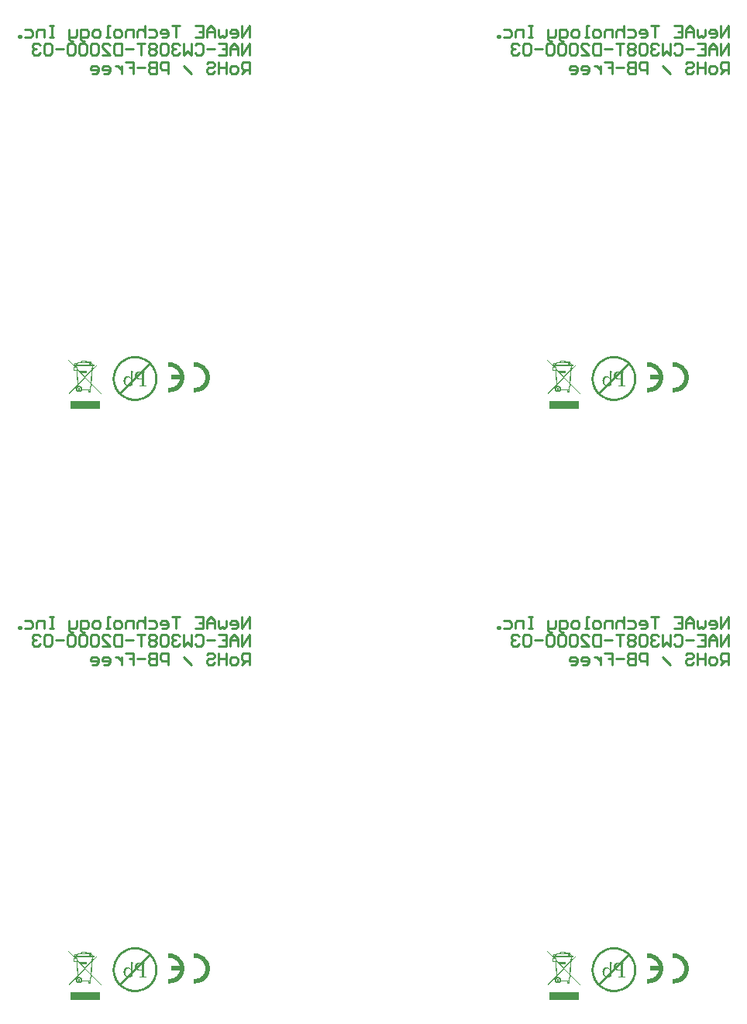
<source format=gbo>
G04 Layer_Color=32896*
%FSLAX25Y25*%
%MOIN*%
G70*
G01*
G75*
%ADD21C,0.01000*%
G36*
X291000Y326722D02*
X287078Y322638D01*
X286962Y321538D01*
X286719Y318866D01*
X286522Y316945D01*
X290722Y312630D01*
X290433Y312352D01*
X286488Y316401D01*
X286256Y313914D01*
X286129D01*
Y312965D01*
X285250D01*
Y313914D01*
X282531D01*
X282427Y313729D01*
X282299Y313544D01*
X282103Y313335D01*
X281848Y313162D01*
X281559Y313069D01*
X281281Y313035D01*
X280992Y313046D01*
X280784Y313104D01*
X280541Y313208D01*
X280332Y313335D01*
X280170Y313497D01*
X280009Y313729D01*
X279893Y313983D01*
X279823Y314226D01*
X279800Y314423D01*
X279823Y314666D01*
X279858Y314851D01*
X279927Y315025D01*
X280032Y315221D01*
X280147Y315383D01*
X280309Y315534D01*
X280483Y315649D01*
X280645Y315730D01*
X280622Y315939D01*
X277162Y312352D01*
X276873Y312641D01*
X280587Y316482D01*
X280286Y319838D01*
X280078Y322267D01*
X278967D01*
Y323829D01*
X279256D01*
X276445Y326722D01*
X276734Y326999D01*
X279384Y324269D01*
Y324466D01*
X279326Y324512D01*
X279256Y324558D01*
X279187Y324628D01*
X279118Y324709D01*
X279083Y324813D01*
X279048Y324905D01*
X279037Y325021D01*
X279060Y325171D01*
X279095Y325253D01*
X279199Y325414D01*
X279314Y325519D01*
X279465Y325588D01*
X279627Y325611D01*
X279789Y325588D01*
X279927Y325530D01*
X280043Y325461D01*
X280101Y325391D01*
X280205Y325484D01*
X280379Y325600D01*
X280587Y325704D01*
X280888Y325819D01*
X281212Y325912D01*
X281536Y325981D01*
X281883Y326039D01*
X282160Y326074D01*
Y326421D01*
X284382D01*
Y326120D01*
X284556D01*
X284845Y326085D01*
X285146Y326051D01*
X285435Y326005D01*
Y326190D01*
X286395D01*
Y325738D01*
X286511Y325681D01*
X286661Y325611D01*
X286835Y325507D01*
X286974Y325414D01*
X287101Y325299D01*
X287193Y325218D01*
X287251Y325137D01*
X287298Y325044D01*
X287275Y324882D01*
X287830D01*
Y324177D01*
X287217D01*
X287124Y323262D01*
X290711Y326999D01*
X291000Y326722D01*
D02*
G37*
G36*
X85000D02*
X81078Y322638D01*
X80962Y321538D01*
X80719Y318866D01*
X80522Y316945D01*
X84722Y312630D01*
X84433Y312352D01*
X80488Y316401D01*
X80256Y313914D01*
X80129D01*
Y312965D01*
X79250D01*
Y313914D01*
X76531D01*
X76427Y313729D01*
X76299Y313544D01*
X76103Y313335D01*
X75848Y313162D01*
X75559Y313069D01*
X75281Y313035D01*
X74992Y313046D01*
X74784Y313104D01*
X74541Y313208D01*
X74332Y313335D01*
X74171Y313497D01*
X74009Y313729D01*
X73893Y313983D01*
X73823Y314226D01*
X73800Y314423D01*
X73823Y314666D01*
X73858Y314851D01*
X73927Y315025D01*
X74032Y315221D01*
X74147Y315383D01*
X74309Y315534D01*
X74483Y315649D01*
X74645Y315730D01*
X74622Y315939D01*
X71162Y312352D01*
X70873Y312641D01*
X74587Y316482D01*
X74286Y319838D01*
X74078Y322267D01*
X72967D01*
Y323829D01*
X73256D01*
X70445Y326722D01*
X70734Y326999D01*
X73384Y324269D01*
Y324466D01*
X73326Y324512D01*
X73256Y324558D01*
X73187Y324628D01*
X73118Y324709D01*
X73083Y324813D01*
X73048Y324905D01*
X73037Y325021D01*
X73060Y325171D01*
X73094Y325253D01*
X73199Y325414D01*
X73314Y325519D01*
X73465Y325588D01*
X73627Y325611D01*
X73789Y325588D01*
X73927Y325530D01*
X74043Y325461D01*
X74101Y325391D01*
X74205Y325484D01*
X74379Y325600D01*
X74587Y325704D01*
X74888Y325819D01*
X75212Y325912D01*
X75536Y325981D01*
X75883Y326039D01*
X76161Y326074D01*
Y326421D01*
X78382D01*
Y326120D01*
X78556D01*
X78845Y326085D01*
X79146Y326051D01*
X79435Y326005D01*
Y326190D01*
X80395D01*
Y325738D01*
X80511Y325681D01*
X80661Y325611D01*
X80835Y325507D01*
X80974Y325414D01*
X81101Y325299D01*
X81194Y325218D01*
X81251Y325137D01*
X81298Y325044D01*
X81274Y324882D01*
X81830D01*
Y324177D01*
X81217D01*
X81124Y323262D01*
X84711Y326999D01*
X85000Y326722D01*
D02*
G37*
G36*
X331541Y325877D02*
X332016Y325820D01*
X332467Y325727D01*
X332895Y325600D01*
X333300Y325461D01*
X333670Y325299D01*
X334029Y325125D01*
X334341Y324952D01*
X334631Y324778D01*
X334885Y324605D01*
X335105Y324443D01*
X335290Y324304D01*
X335429Y324177D01*
X335533Y324084D01*
X335602Y324026D01*
X335626Y324003D01*
X335961Y323644D01*
X336250Y323263D01*
X336505Y322881D01*
X336713Y322499D01*
X336898Y322106D01*
X337049Y321735D01*
X337176Y321365D01*
X337280Y321018D01*
X337350Y320694D01*
X337407Y320393D01*
X337454Y320127D01*
X337477Y319896D01*
X337488Y319792D01*
X337500Y319699D01*
Y319630D01*
X337512Y319560D01*
Y319514D01*
Y319479D01*
Y319456D01*
Y319444D01*
X337488Y318959D01*
X337431Y318484D01*
X337338Y318033D01*
X337211Y317605D01*
X337072Y317200D01*
X336910Y316830D01*
X336748Y316483D01*
X336563Y316159D01*
X336389Y315881D01*
X336227Y315626D01*
X336065Y315407D01*
X335915Y315221D01*
X335799Y315083D01*
X335707Y314967D01*
X335649Y314909D01*
X335626Y314886D01*
X335267Y314550D01*
X334885Y314261D01*
X334503Y314007D01*
X334110Y313798D01*
X333728Y313613D01*
X333346Y313463D01*
X332976Y313335D01*
X332629Y313231D01*
X332305Y313162D01*
X332004Y313104D01*
X331738Y313058D01*
X331507Y313035D01*
X331403Y313023D01*
X331310Y313012D01*
X331241D01*
X331171Y313000D01*
X330813D01*
X330708Y313012D01*
X330523D01*
X330465Y313023D01*
X330408D01*
Y314979D01*
X330627Y314955D01*
X330743Y314944D01*
X330836D01*
X330928Y314932D01*
X331055D01*
X331403Y314944D01*
X331727Y314990D01*
X332039Y315059D01*
X332340Y315141D01*
X332617Y315233D01*
X332884Y315349D01*
X333126Y315464D01*
X333346Y315592D01*
X333555Y315719D01*
X333728Y315835D01*
X333879Y315950D01*
X334006Y316043D01*
X334110Y316136D01*
X334191Y316193D01*
X334237Y316240D01*
X334249Y316251D01*
X334480Y316506D01*
X334688Y316772D01*
X334862Y317038D01*
X335012Y317316D01*
X335140Y317582D01*
X335244Y317848D01*
X335336Y318102D01*
X335406Y318345D01*
X335452Y318577D01*
X335498Y318785D01*
X335522Y318970D01*
X335545Y319132D01*
X335556Y319259D01*
X335568Y319363D01*
Y319421D01*
Y319444D01*
X335556Y319792D01*
X335510Y320115D01*
X335440Y320440D01*
X335360Y320740D01*
X335267Y321018D01*
X335151Y321284D01*
X335036Y321527D01*
X334908Y321747D01*
X334781Y321944D01*
X334665Y322117D01*
X334550Y322279D01*
X334457Y322406D01*
X334365Y322499D01*
X334307Y322580D01*
X334260Y322626D01*
X334249Y322638D01*
X333994Y322869D01*
X333728Y323078D01*
X333462Y323251D01*
X333184Y323413D01*
X332918Y323540D01*
X332652Y323644D01*
X332398Y323737D01*
X332155Y323806D01*
X331923Y323853D01*
X331715Y323899D01*
X331530Y323934D01*
X331368Y323945D01*
X331241Y323957D01*
X331136Y323968D01*
X331055D01*
X330813Y323957D01*
X330708D01*
X330604Y323945D01*
X330523Y323934D01*
X330465D01*
X330419Y323922D01*
X330408D01*
Y325866D01*
X330627Y325889D01*
X330732D01*
X330836Y325901D01*
X331055D01*
X331541Y325877D01*
D02*
G37*
G36*
X320573D02*
X321047Y325820D01*
X321499Y325727D01*
X321927Y325600D01*
X322332Y325461D01*
X322702Y325299D01*
X323049Y325125D01*
X323373Y324952D01*
X323651Y324778D01*
X323905Y324605D01*
X324125Y324443D01*
X324310Y324304D01*
X324449Y324177D01*
X324565Y324084D01*
X324623Y324026D01*
X324646Y324003D01*
X324981Y323644D01*
X325271Y323263D01*
X325525Y322881D01*
X325733Y322499D01*
X325918Y322106D01*
X326069Y321735D01*
X326196Y321365D01*
X326300Y321018D01*
X326370Y320694D01*
X326428Y320393D01*
X326474Y320127D01*
X326497Y319896D01*
X326508Y319792D01*
X326520Y319699D01*
Y319630D01*
X326532Y319560D01*
Y319514D01*
Y319479D01*
Y319456D01*
Y319444D01*
X326508Y318959D01*
X326451Y318484D01*
X326358Y318033D01*
X326231Y317605D01*
X326092Y317200D01*
X325930Y316830D01*
X325768Y316483D01*
X325583Y316159D01*
X325409Y315881D01*
X325247Y315626D01*
X325085Y315407D01*
X324935Y315221D01*
X324819Y315083D01*
X324727Y314967D01*
X324669Y314909D01*
X324646Y314886D01*
X324287Y314550D01*
X323905Y314261D01*
X323523Y314007D01*
X323142Y313798D01*
X322748Y313613D01*
X322378Y313463D01*
X322008Y313335D01*
X321661Y313231D01*
X321337Y313162D01*
X321036Y313104D01*
X320770Y313058D01*
X320538Y313035D01*
X320434Y313023D01*
X320342Y313012D01*
X320272D01*
X320203Y313000D01*
X319844D01*
X319740Y313012D01*
X319555D01*
X319497Y313023D01*
X319439D01*
X319451Y314979D01*
X319671Y314955D01*
X319775Y314944D01*
X319879D01*
X319960Y314932D01*
X320087D01*
X320376Y314944D01*
X320666Y314979D01*
X320943Y315025D01*
X321198Y315083D01*
X321452Y315164D01*
X321684Y315245D01*
X321904Y315337D01*
X322100Y315430D01*
X322285Y315522D01*
X322447Y315615D01*
X322586Y315696D01*
X322702Y315777D01*
X322795Y315835D01*
X322864Y315881D01*
X322910Y315916D01*
X322922Y315927D01*
X323142Y316124D01*
X323350Y316321D01*
X323523Y316529D01*
X323685Y316749D01*
X323836Y316957D01*
X323963Y317177D01*
X324079Y317385D01*
X324171Y317582D01*
X324252Y317767D01*
X324322Y317940D01*
X324380Y318091D01*
X324426Y318230D01*
X324461Y318334D01*
X324484Y318415D01*
X324495Y318461D01*
Y318484D01*
X320724D01*
Y320416D01*
X324495D01*
X324426Y320706D01*
X324333Y320972D01*
X324229Y321238D01*
X324113Y321481D01*
X323986Y321701D01*
X323859Y321909D01*
X323720Y322106D01*
X323593Y322279D01*
X323466Y322441D01*
X323338Y322580D01*
X323234Y322696D01*
X323130Y322788D01*
X323049Y322869D01*
X322991Y322927D01*
X322945Y322962D01*
X322933Y322973D01*
X322690Y323147D01*
X322447Y323297D01*
X322204Y323436D01*
X321961Y323552D01*
X321719Y323644D01*
X321487Y323725D01*
X321256Y323795D01*
X321036Y323841D01*
X320839Y323887D01*
X320654Y323910D01*
X320492Y323934D01*
X320353Y323957D01*
X320238D01*
X320157Y323968D01*
X320087D01*
X319844Y323957D01*
X319740D01*
X319636Y323945D01*
X319555Y323934D01*
X319497D01*
X319451Y323922D01*
X319439D01*
Y325866D01*
X319578Y325877D01*
X319694Y325889D01*
X319810D01*
X319902Y325901D01*
X320087D01*
X320573Y325877D01*
D02*
G37*
G36*
X125541D02*
X126016Y325820D01*
X126467Y325727D01*
X126895Y325600D01*
X127300Y325461D01*
X127670Y325299D01*
X128029Y325125D01*
X128341Y324952D01*
X128631Y324778D01*
X128885Y324605D01*
X129105Y324443D01*
X129290Y324304D01*
X129429Y324177D01*
X129533Y324084D01*
X129603Y324026D01*
X129626Y324003D01*
X129961Y323644D01*
X130250Y323263D01*
X130505Y322881D01*
X130713Y322499D01*
X130898Y322106D01*
X131049Y321735D01*
X131176Y321365D01*
X131280Y321018D01*
X131350Y320694D01*
X131407Y320393D01*
X131454Y320127D01*
X131477Y319896D01*
X131488Y319792D01*
X131500Y319699D01*
Y319630D01*
X131512Y319560D01*
Y319514D01*
Y319479D01*
Y319456D01*
Y319444D01*
X131488Y318959D01*
X131431Y318484D01*
X131338Y318033D01*
X131211Y317605D01*
X131072Y317200D01*
X130910Y316830D01*
X130748Y316483D01*
X130563Y316159D01*
X130389Y315881D01*
X130227Y315626D01*
X130065Y315407D01*
X129915Y315221D01*
X129799Y315083D01*
X129707Y314967D01*
X129649Y314909D01*
X129626Y314886D01*
X129267Y314550D01*
X128885Y314261D01*
X128503Y314007D01*
X128110Y313798D01*
X127728Y313613D01*
X127346Y313463D01*
X126976Y313335D01*
X126629Y313231D01*
X126305Y313162D01*
X126004Y313104D01*
X125738Y313058D01*
X125507Y313035D01*
X125403Y313023D01*
X125310Y313012D01*
X125241D01*
X125171Y313000D01*
X124812D01*
X124708Y313012D01*
X124523D01*
X124465Y313023D01*
X124408D01*
Y314979D01*
X124627Y314955D01*
X124743Y314944D01*
X124836D01*
X124928Y314932D01*
X125056D01*
X125403Y314944D01*
X125727Y314990D01*
X126039Y315059D01*
X126340Y315141D01*
X126618Y315233D01*
X126884Y315349D01*
X127127Y315464D01*
X127346Y315592D01*
X127555Y315719D01*
X127728Y315835D01*
X127879Y315950D01*
X128006Y316043D01*
X128110Y316136D01*
X128191Y316193D01*
X128237Y316240D01*
X128249Y316251D01*
X128480Y316506D01*
X128689Y316772D01*
X128862Y317038D01*
X129012Y317316D01*
X129140Y317582D01*
X129244Y317848D01*
X129336Y318102D01*
X129406Y318345D01*
X129452Y318577D01*
X129498Y318785D01*
X129522Y318970D01*
X129545Y319132D01*
X129556Y319259D01*
X129568Y319363D01*
Y319421D01*
Y319444D01*
X129556Y319792D01*
X129510Y320115D01*
X129440Y320440D01*
X129359Y320740D01*
X129267Y321018D01*
X129151Y321284D01*
X129036Y321527D01*
X128908Y321747D01*
X128781Y321944D01*
X128665Y322117D01*
X128550Y322279D01*
X128457Y322406D01*
X128365Y322499D01*
X128307Y322580D01*
X128260Y322626D01*
X128249Y322638D01*
X127994Y322869D01*
X127728Y323078D01*
X127462Y323251D01*
X127184Y323413D01*
X126918Y323540D01*
X126652Y323644D01*
X126398Y323737D01*
X126155Y323806D01*
X125923Y323853D01*
X125715Y323899D01*
X125530Y323934D01*
X125368Y323945D01*
X125241Y323957D01*
X125136Y323968D01*
X125056D01*
X124812Y323957D01*
X124708D01*
X124604Y323945D01*
X124523Y323934D01*
X124465D01*
X124419Y323922D01*
X124408D01*
Y325866D01*
X124627Y325889D01*
X124732D01*
X124836Y325901D01*
X125056D01*
X125541Y325877D01*
D02*
G37*
G36*
X114573D02*
X115048Y325820D01*
X115499Y325727D01*
X115927Y325600D01*
X116332Y325461D01*
X116702Y325299D01*
X117049Y325125D01*
X117373Y324952D01*
X117651Y324778D01*
X117905Y324605D01*
X118125Y324443D01*
X118310Y324304D01*
X118449Y324177D01*
X118565Y324084D01*
X118623Y324026D01*
X118646Y324003D01*
X118981Y323644D01*
X119271Y323263D01*
X119525Y322881D01*
X119733Y322499D01*
X119918Y322106D01*
X120069Y321735D01*
X120196Y321365D01*
X120300Y321018D01*
X120370Y320694D01*
X120428Y320393D01*
X120474Y320127D01*
X120497Y319896D01*
X120509Y319792D01*
X120520Y319699D01*
Y319630D01*
X120532Y319560D01*
Y319514D01*
Y319479D01*
Y319456D01*
Y319444D01*
X120509Y318959D01*
X120451Y318484D01*
X120358Y318033D01*
X120231Y317605D01*
X120092Y317200D01*
X119930Y316830D01*
X119768Y316483D01*
X119583Y316159D01*
X119409Y315881D01*
X119247Y315626D01*
X119085Y315407D01*
X118935Y315221D01*
X118819Y315083D01*
X118727Y314967D01*
X118669Y314909D01*
X118646Y314886D01*
X118287Y314550D01*
X117905Y314261D01*
X117523Y314007D01*
X117142Y313798D01*
X116748Y313613D01*
X116378Y313463D01*
X116008Y313335D01*
X115661Y313231D01*
X115337Y313162D01*
X115036Y313104D01*
X114770Y313058D01*
X114538Y313035D01*
X114434Y313023D01*
X114342Y313012D01*
X114272D01*
X114203Y313000D01*
X113844D01*
X113740Y313012D01*
X113555D01*
X113497Y313023D01*
X113439D01*
X113451Y314979D01*
X113671Y314955D01*
X113775Y314944D01*
X113879D01*
X113960Y314932D01*
X114087D01*
X114376Y314944D01*
X114666Y314979D01*
X114943Y315025D01*
X115198Y315083D01*
X115452Y315164D01*
X115684Y315245D01*
X115904Y315337D01*
X116100Y315430D01*
X116285Y315522D01*
X116447Y315615D01*
X116586Y315696D01*
X116702Y315777D01*
X116795Y315835D01*
X116864Y315881D01*
X116910Y315916D01*
X116922Y315927D01*
X117142Y316124D01*
X117350Y316321D01*
X117523Y316529D01*
X117685Y316749D01*
X117836Y316957D01*
X117963Y317177D01*
X118079Y317385D01*
X118171Y317582D01*
X118252Y317767D01*
X118322Y317940D01*
X118380Y318091D01*
X118426Y318230D01*
X118461Y318334D01*
X118484Y318415D01*
X118495Y318461D01*
Y318484D01*
X114724D01*
Y320416D01*
X118495D01*
X118426Y320706D01*
X118333Y320972D01*
X118229Y321238D01*
X118114Y321481D01*
X117986Y321701D01*
X117859Y321909D01*
X117720Y322106D01*
X117593Y322279D01*
X117466Y322441D01*
X117338Y322580D01*
X117234Y322696D01*
X117130Y322788D01*
X117049Y322869D01*
X116991Y322927D01*
X116945Y322962D01*
X116933Y322973D01*
X116690Y323147D01*
X116447Y323297D01*
X116205Y323436D01*
X115962Y323552D01*
X115718Y323644D01*
X115487Y323725D01*
X115256Y323795D01*
X115036Y323841D01*
X114839Y323887D01*
X114654Y323910D01*
X114492Y323934D01*
X114353Y323957D01*
X114238D01*
X114157Y323968D01*
X114087D01*
X113844Y323957D01*
X113740D01*
X113636Y323945D01*
X113555Y323934D01*
X113497D01*
X113451Y323922D01*
X113439D01*
Y325866D01*
X113578Y325877D01*
X113694Y325889D01*
X113810D01*
X113902Y325901D01*
X114087D01*
X114573Y325877D01*
D02*
G37*
G36*
X305698Y328573D02*
X306068Y328550D01*
X306427Y328515D01*
X306774Y328457D01*
X307121Y328399D01*
X307445Y328319D01*
X308093Y328145D01*
X308694Y327925D01*
X309261Y327682D01*
X309782Y327428D01*
X310025Y327300D01*
X310256Y327162D01*
X310476Y327034D01*
X310684Y326895D01*
X310881Y326768D01*
X311066Y326641D01*
X311240Y326514D01*
X311402Y326398D01*
X311541Y326282D01*
X311668Y326178D01*
X311784Y326085D01*
X311888Y326005D01*
X311980Y325923D01*
X312050Y325866D01*
X312107Y325808D01*
X312142Y325773D01*
X312165Y325750D01*
X312177Y325738D01*
X312432Y325472D01*
X312674Y325195D01*
X312894Y324917D01*
X313114Y324628D01*
X313299Y324339D01*
X313484Y324061D01*
X313658Y323760D01*
X313808Y323471D01*
X313947Y323181D01*
X314086Y322892D01*
X314306Y322325D01*
X314503Y321781D01*
X314641Y321261D01*
X314769Y320763D01*
X314815Y320532D01*
X314850Y320312D01*
X314884Y320115D01*
X314919Y319919D01*
X314942Y319734D01*
X314954Y319572D01*
X314965Y319421D01*
X314977Y319294D01*
X314988Y319178D01*
Y319074D01*
X315000Y319005D01*
Y318947D01*
Y318912D01*
Y318901D01*
X314988Y318530D01*
X314965Y318160D01*
X314931Y317801D01*
X314873Y317454D01*
X314815Y317107D01*
X314734Y316783D01*
X314560Y316135D01*
X314340Y315534D01*
X314109Y314967D01*
X313855Y314446D01*
X313716Y314203D01*
X313589Y313972D01*
X313461Y313752D01*
X313322Y313544D01*
X313195Y313347D01*
X313068Y313162D01*
X312952Y312988D01*
X312836Y312826D01*
X312721Y312687D01*
X312617Y312560D01*
X312524Y312444D01*
X312432Y312340D01*
X312362Y312248D01*
X312293Y312178D01*
X312246Y312121D01*
X312212Y312086D01*
X312189Y312063D01*
X312177Y312051D01*
X311911Y311797D01*
X311633Y311554D01*
X311355Y311322D01*
X311066Y311114D01*
X310777Y310917D01*
X310488Y310732D01*
X310198Y310570D01*
X309909Y310408D01*
X309620Y310269D01*
X309331Y310142D01*
X308764Y309911D01*
X308208Y309725D01*
X307688Y309575D01*
X307202Y309459D01*
X306970Y309402D01*
X306751Y309367D01*
X306542Y309332D01*
X306346Y309309D01*
X306160Y309274D01*
X305998Y309263D01*
X305848Y309251D01*
X305721Y309240D01*
X305605Y309228D01*
X305501D01*
X305432Y309216D01*
X305328D01*
X304957Y309228D01*
X304587Y309251D01*
X304228Y309286D01*
X303881Y309344D01*
X303546Y309402D01*
X303210Y309483D01*
X302574Y309656D01*
X301972Y309876D01*
X301405Y310119D01*
X300885Y310373D01*
X300642Y310501D01*
X300410Y310640D01*
X300190Y310767D01*
X299982Y310894D01*
X299785Y311033D01*
X299600Y311160D01*
X299427Y311276D01*
X299265Y311392D01*
X299126Y311507D01*
X298999Y311612D01*
X298883Y311704D01*
X298779Y311785D01*
X298686Y311866D01*
X298617Y311935D01*
X298559Y311982D01*
X298524Y312016D01*
X298501Y312039D01*
X298490Y312051D01*
X298235Y312317D01*
X297992Y312595D01*
X297761Y312873D01*
X297552Y313162D01*
X297356Y313451D01*
X297171Y313740D01*
X296997Y314030D01*
X296847Y314319D01*
X296696Y314608D01*
X296569Y314897D01*
X296338Y315464D01*
X296152Y316020D01*
X296002Y316540D01*
X295886Y317026D01*
X295829Y317258D01*
X295794Y317477D01*
X295759Y317686D01*
X295724Y317882D01*
X295701Y318068D01*
X295690Y318230D01*
X295678Y318380D01*
X295667Y318507D01*
X295655Y318623D01*
X295643Y318727D01*
Y318796D01*
Y318854D01*
Y318889D01*
Y318901D01*
X295655Y319271D01*
X295678Y319641D01*
X295713Y320000D01*
X295771Y320347D01*
X295829Y320682D01*
X295910Y321018D01*
X296083Y321654D01*
X296303Y322256D01*
X296546Y322823D01*
X296800Y323343D01*
X296928Y323586D01*
X297066Y323818D01*
X297194Y324038D01*
X297333Y324246D01*
X297460Y324443D01*
X297587Y324628D01*
X297714Y324801D01*
X297830Y324963D01*
X297946Y325102D01*
X298050Y325229D01*
X298143Y325345D01*
X298223Y325449D01*
X298305Y325542D01*
X298362Y325611D01*
X298420Y325669D01*
X298455Y325704D01*
X298478Y325727D01*
X298490Y325738D01*
X298756Y325993D01*
X299033Y326236D01*
X299311Y326467D01*
X299600Y326676D01*
X299890Y326872D01*
X300167Y327057D01*
X300468Y327231D01*
X300757Y327381D01*
X301047Y327532D01*
X301336Y327659D01*
X301903Y327890D01*
X302447Y328076D01*
X302967Y328226D01*
X303465Y328342D01*
X303696Y328399D01*
X303916Y328434D01*
X304113Y328469D01*
X304309Y328504D01*
X304494Y328527D01*
X304656Y328538D01*
X304807Y328550D01*
X304934Y328561D01*
X305050Y328573D01*
X305154Y328585D01*
X305328D01*
X305698Y328573D01*
D02*
G37*
G36*
X99698D02*
X100068Y328550D01*
X100427Y328515D01*
X100774Y328457D01*
X101121Y328399D01*
X101445Y328319D01*
X102093Y328145D01*
X102694Y327925D01*
X103261Y327682D01*
X103782Y327428D01*
X104025Y327300D01*
X104256Y327162D01*
X104476Y327034D01*
X104684Y326895D01*
X104881Y326768D01*
X105066Y326641D01*
X105240Y326514D01*
X105402Y326398D01*
X105541Y326282D01*
X105668Y326178D01*
X105783Y326085D01*
X105888Y326005D01*
X105980Y325923D01*
X106050Y325866D01*
X106107Y325808D01*
X106142Y325773D01*
X106165Y325750D01*
X106177Y325738D01*
X106431Y325472D01*
X106674Y325195D01*
X106894Y324917D01*
X107114Y324628D01*
X107299Y324339D01*
X107484Y324061D01*
X107658Y323760D01*
X107808Y323471D01*
X107947Y323181D01*
X108086Y322892D01*
X108306Y322325D01*
X108502Y321781D01*
X108641Y321261D01*
X108769Y320763D01*
X108815Y320532D01*
X108850Y320312D01*
X108884Y320115D01*
X108919Y319919D01*
X108942Y319734D01*
X108954Y319572D01*
X108965Y319421D01*
X108977Y319294D01*
X108988Y319178D01*
Y319074D01*
X109000Y319005D01*
Y318947D01*
Y318912D01*
Y318901D01*
X108988Y318530D01*
X108965Y318160D01*
X108931Y317801D01*
X108873Y317454D01*
X108815Y317107D01*
X108734Y316783D01*
X108560Y316135D01*
X108341Y315534D01*
X108109Y314967D01*
X107855Y314446D01*
X107716Y314203D01*
X107589Y313972D01*
X107461Y313752D01*
X107322Y313544D01*
X107195Y313347D01*
X107068Y313162D01*
X106952Y312988D01*
X106836Y312826D01*
X106721Y312687D01*
X106617Y312560D01*
X106524Y312444D01*
X106431Y312340D01*
X106362Y312248D01*
X106293Y312178D01*
X106246Y312121D01*
X106212Y312086D01*
X106188Y312063D01*
X106177Y312051D01*
X105911Y311797D01*
X105633Y311554D01*
X105355Y311322D01*
X105066Y311114D01*
X104777Y310917D01*
X104488Y310732D01*
X104199Y310570D01*
X103909Y310408D01*
X103620Y310269D01*
X103331Y310142D01*
X102764Y309911D01*
X102208Y309725D01*
X101688Y309575D01*
X101202Y309459D01*
X100970Y309402D01*
X100751Y309367D01*
X100542Y309332D01*
X100346Y309309D01*
X100161Y309274D01*
X99998Y309263D01*
X99848Y309251D01*
X99721Y309240D01*
X99605Y309228D01*
X99501D01*
X99432Y309216D01*
X99327D01*
X98957Y309228D01*
X98587Y309251D01*
X98228Y309286D01*
X97881Y309344D01*
X97546Y309402D01*
X97210Y309483D01*
X96574Y309656D01*
X95972Y309876D01*
X95405Y310119D01*
X94885Y310373D01*
X94642Y310501D01*
X94410Y310640D01*
X94190Y310767D01*
X93982Y310894D01*
X93786Y311033D01*
X93600Y311160D01*
X93427Y311276D01*
X93265Y311392D01*
X93126Y311507D01*
X92999Y311612D01*
X92883Y311704D01*
X92779Y311785D01*
X92686Y311866D01*
X92617Y311935D01*
X92559Y311982D01*
X92524Y312016D01*
X92501Y312039D01*
X92490Y312051D01*
X92235Y312317D01*
X91992Y312595D01*
X91761Y312873D01*
X91552Y313162D01*
X91356Y313451D01*
X91171Y313740D01*
X90997Y314030D01*
X90847Y314319D01*
X90696Y314608D01*
X90569Y314897D01*
X90338Y315464D01*
X90153Y316020D01*
X90002Y316540D01*
X89886Y317026D01*
X89828Y317258D01*
X89794Y317477D01*
X89759Y317686D01*
X89724Y317882D01*
X89701Y318068D01*
X89690Y318230D01*
X89678Y318380D01*
X89666Y318507D01*
X89655Y318623D01*
X89643Y318727D01*
Y318796D01*
Y318854D01*
Y318889D01*
Y318901D01*
X89655Y319271D01*
X89678Y319641D01*
X89713Y320000D01*
X89771Y320347D01*
X89828Y320682D01*
X89909Y321018D01*
X90083Y321654D01*
X90303Y322256D01*
X90546Y322823D01*
X90800Y323343D01*
X90928Y323586D01*
X91066Y323818D01*
X91194Y324038D01*
X91333Y324246D01*
X91460Y324443D01*
X91587Y324628D01*
X91714Y324801D01*
X91830Y324963D01*
X91946Y325102D01*
X92050Y325229D01*
X92142Y325345D01*
X92224Y325449D01*
X92304Y325542D01*
X92362Y325611D01*
X92420Y325669D01*
X92455Y325704D01*
X92478Y325727D01*
X92490Y325738D01*
X92756Y325993D01*
X93033Y326236D01*
X93311Y326467D01*
X93600Y326676D01*
X93890Y326872D01*
X94167Y327057D01*
X94468Y327231D01*
X94757Y327381D01*
X95047Y327532D01*
X95336Y327659D01*
X95903Y327890D01*
X96447Y328076D01*
X96967Y328226D01*
X97465Y328342D01*
X97696Y328399D01*
X97916Y328434D01*
X98113Y328469D01*
X98309Y328504D01*
X98494Y328527D01*
X98656Y328538D01*
X98807Y328550D01*
X98934Y328561D01*
X99050Y328573D01*
X99154Y328585D01*
X99327D01*
X99698Y328573D01*
D02*
G37*
G36*
X290155Y309147D02*
Y309089D01*
Y309008D01*
Y308927D01*
Y308835D01*
Y308754D01*
Y308696D01*
Y308684D01*
Y308673D01*
Y308291D01*
Y308106D01*
Y307932D01*
Y307793D01*
Y307678D01*
Y307631D01*
Y307597D01*
Y307585D01*
Y307574D01*
Y307354D01*
Y307157D01*
Y306972D01*
Y306810D01*
Y306671D01*
Y306578D01*
Y306509D01*
Y306498D01*
Y306486D01*
Y306324D01*
Y306208D01*
Y306116D01*
Y306058D01*
Y306023D01*
Y306012D01*
Y306000D01*
X277509D01*
Y306023D01*
Y306081D01*
Y306150D01*
Y306243D01*
Y306335D01*
Y306405D01*
Y306463D01*
Y306486D01*
Y306868D01*
Y307053D01*
Y307215D01*
Y307365D01*
Y307469D01*
Y307516D01*
Y307550D01*
Y307562D01*
Y307574D01*
Y307793D01*
Y308002D01*
Y308187D01*
Y308349D01*
Y308488D01*
Y308592D01*
Y308649D01*
Y308673D01*
Y308765D01*
Y308835D01*
Y308962D01*
Y309054D01*
Y309112D01*
Y309147D01*
Y309159D01*
Y309170D01*
X290155D01*
Y309147D01*
D02*
G37*
G36*
X84155D02*
Y309089D01*
Y309008D01*
Y308927D01*
Y308835D01*
Y308754D01*
Y308696D01*
Y308684D01*
Y308673D01*
Y308291D01*
Y308106D01*
Y307932D01*
Y307793D01*
Y307678D01*
Y307631D01*
Y307597D01*
Y307585D01*
Y307574D01*
Y307354D01*
Y307157D01*
Y306972D01*
Y306810D01*
Y306671D01*
Y306578D01*
Y306509D01*
Y306498D01*
Y306486D01*
Y306324D01*
Y306208D01*
Y306116D01*
Y306058D01*
Y306023D01*
Y306012D01*
Y306000D01*
X71509D01*
Y306023D01*
Y306081D01*
Y306150D01*
Y306243D01*
Y306335D01*
Y306405D01*
Y306463D01*
Y306486D01*
Y306868D01*
Y307053D01*
Y307215D01*
Y307365D01*
Y307469D01*
Y307516D01*
Y307550D01*
Y307562D01*
Y307574D01*
Y307793D01*
Y308002D01*
Y308187D01*
Y308349D01*
Y308488D01*
Y308592D01*
Y308649D01*
Y308673D01*
Y308765D01*
Y308835D01*
Y308962D01*
Y309054D01*
Y309112D01*
Y309147D01*
Y309159D01*
Y309170D01*
X84155D01*
Y309147D01*
D02*
G37*
G36*
X291000Y72722D02*
X287078Y68638D01*
X286962Y67538D01*
X286719Y64866D01*
X286522Y62945D01*
X290722Y58630D01*
X290433Y58352D01*
X286488Y62401D01*
X286256Y59914D01*
X286129D01*
Y58965D01*
X285250D01*
Y59914D01*
X282531D01*
X282427Y59729D01*
X282299Y59544D01*
X282103Y59335D01*
X281848Y59162D01*
X281559Y59069D01*
X281281Y59035D01*
X280992Y59046D01*
X280784Y59104D01*
X280541Y59208D01*
X280332Y59335D01*
X280170Y59497D01*
X280009Y59729D01*
X279893Y59983D01*
X279823Y60226D01*
X279800Y60423D01*
X279823Y60666D01*
X279858Y60851D01*
X279927Y61025D01*
X280032Y61221D01*
X280147Y61383D01*
X280309Y61534D01*
X280483Y61649D01*
X280645Y61730D01*
X280622Y61939D01*
X277162Y58352D01*
X276873Y58641D01*
X280587Y62482D01*
X280286Y65838D01*
X280078Y68267D01*
X278967D01*
Y69829D01*
X279256D01*
X276445Y72722D01*
X276734Y73000D01*
X279384Y70269D01*
Y70466D01*
X279326Y70512D01*
X279256Y70558D01*
X279187Y70628D01*
X279118Y70709D01*
X279083Y70813D01*
X279048Y70905D01*
X279037Y71021D01*
X279060Y71171D01*
X279095Y71253D01*
X279199Y71415D01*
X279314Y71519D01*
X279465Y71588D01*
X279627Y71611D01*
X279789Y71588D01*
X279927Y71530D01*
X280043Y71461D01*
X280101Y71391D01*
X280205Y71484D01*
X280379Y71600D01*
X280587Y71704D01*
X280888Y71819D01*
X281212Y71912D01*
X281536Y71981D01*
X281883Y72039D01*
X282160Y72074D01*
Y72421D01*
X284382D01*
Y72120D01*
X284556D01*
X284845Y72085D01*
X285146Y72051D01*
X285435Y72004D01*
Y72190D01*
X286395D01*
Y71738D01*
X286511Y71681D01*
X286661Y71611D01*
X286835Y71507D01*
X286974Y71415D01*
X287101Y71299D01*
X287193Y71218D01*
X287251Y71137D01*
X287298Y71044D01*
X287275Y70882D01*
X287830D01*
Y70177D01*
X287217D01*
X287124Y69262D01*
X290711Y73000D01*
X291000Y72722D01*
D02*
G37*
G36*
X85000D02*
X81078Y68638D01*
X80962Y67538D01*
X80719Y64866D01*
X80522Y62945D01*
X84722Y58630D01*
X84433Y58352D01*
X80488Y62401D01*
X80256Y59914D01*
X80129D01*
Y58965D01*
X79250D01*
Y59914D01*
X76531D01*
X76427Y59729D01*
X76299Y59544D01*
X76103Y59335D01*
X75848Y59162D01*
X75559Y59069D01*
X75281Y59035D01*
X74992Y59046D01*
X74784Y59104D01*
X74541Y59208D01*
X74332Y59335D01*
X74171Y59497D01*
X74009Y59729D01*
X73893Y59983D01*
X73823Y60226D01*
X73800Y60423D01*
X73823Y60666D01*
X73858Y60851D01*
X73927Y61025D01*
X74032Y61221D01*
X74147Y61383D01*
X74309Y61534D01*
X74483Y61649D01*
X74645Y61730D01*
X74622Y61939D01*
X71162Y58352D01*
X70873Y58641D01*
X74587Y62482D01*
X74286Y65838D01*
X74078Y68267D01*
X72967D01*
Y69829D01*
X73256D01*
X70445Y72722D01*
X70734Y73000D01*
X73384Y70269D01*
Y70466D01*
X73326Y70512D01*
X73256Y70558D01*
X73187Y70628D01*
X73118Y70709D01*
X73083Y70813D01*
X73048Y70905D01*
X73037Y71021D01*
X73060Y71171D01*
X73094Y71253D01*
X73199Y71415D01*
X73314Y71519D01*
X73465Y71588D01*
X73627Y71611D01*
X73789Y71588D01*
X73927Y71530D01*
X74043Y71461D01*
X74101Y71391D01*
X74205Y71484D01*
X74379Y71600D01*
X74587Y71704D01*
X74888Y71819D01*
X75212Y71912D01*
X75536Y71981D01*
X75883Y72039D01*
X76161Y72074D01*
Y72421D01*
X78382D01*
Y72120D01*
X78556D01*
X78845Y72085D01*
X79146Y72051D01*
X79435Y72004D01*
Y72190D01*
X80395D01*
Y71738D01*
X80511Y71681D01*
X80661Y71611D01*
X80835Y71507D01*
X80974Y71415D01*
X81101Y71299D01*
X81194Y71218D01*
X81251Y71137D01*
X81298Y71044D01*
X81274Y70882D01*
X81830D01*
Y70177D01*
X81217D01*
X81124Y69262D01*
X84711Y73000D01*
X85000Y72722D01*
D02*
G37*
G36*
X331541Y71877D02*
X332016Y71820D01*
X332467Y71727D01*
X332895Y71600D01*
X333300Y71461D01*
X333670Y71299D01*
X334029Y71125D01*
X334341Y70952D01*
X334631Y70778D01*
X334885Y70605D01*
X335105Y70443D01*
X335290Y70304D01*
X335429Y70177D01*
X335533Y70084D01*
X335602Y70026D01*
X335626Y70003D01*
X335961Y69644D01*
X336250Y69263D01*
X336505Y68881D01*
X336713Y68499D01*
X336898Y68106D01*
X337049Y67735D01*
X337176Y67365D01*
X337280Y67018D01*
X337350Y66694D01*
X337407Y66393D01*
X337454Y66127D01*
X337477Y65896D01*
X337488Y65792D01*
X337500Y65699D01*
Y65630D01*
X337512Y65560D01*
Y65514D01*
Y65479D01*
Y65456D01*
Y65444D01*
X337488Y64959D01*
X337431Y64484D01*
X337338Y64033D01*
X337211Y63605D01*
X337072Y63200D01*
X336910Y62830D01*
X336748Y62483D01*
X336563Y62159D01*
X336389Y61881D01*
X336227Y61626D01*
X336065Y61407D01*
X335915Y61221D01*
X335799Y61083D01*
X335707Y60967D01*
X335649Y60909D01*
X335626Y60886D01*
X335267Y60550D01*
X334885Y60261D01*
X334503Y60007D01*
X334110Y59798D01*
X333728Y59613D01*
X333346Y59463D01*
X332976Y59336D01*
X332629Y59231D01*
X332305Y59162D01*
X332004Y59104D01*
X331738Y59058D01*
X331507Y59035D01*
X331403Y59023D01*
X331310Y59012D01*
X331241D01*
X331171Y59000D01*
X330813D01*
X330708Y59012D01*
X330523D01*
X330465Y59023D01*
X330408D01*
Y60979D01*
X330627Y60955D01*
X330743Y60944D01*
X330836D01*
X330928Y60932D01*
X331055D01*
X331403Y60944D01*
X331727Y60990D01*
X332039Y61059D01*
X332340Y61140D01*
X332617Y61233D01*
X332884Y61349D01*
X333126Y61464D01*
X333346Y61592D01*
X333555Y61719D01*
X333728Y61835D01*
X333879Y61950D01*
X334006Y62043D01*
X334110Y62135D01*
X334191Y62193D01*
X334237Y62240D01*
X334249Y62251D01*
X334480Y62506D01*
X334688Y62772D01*
X334862Y63038D01*
X335012Y63316D01*
X335140Y63582D01*
X335244Y63848D01*
X335336Y64102D01*
X335406Y64345D01*
X335452Y64577D01*
X335498Y64785D01*
X335522Y64970D01*
X335545Y65132D01*
X335556Y65259D01*
X335568Y65364D01*
Y65421D01*
Y65444D01*
X335556Y65792D01*
X335510Y66115D01*
X335440Y66439D01*
X335360Y66740D01*
X335267Y67018D01*
X335151Y67284D01*
X335036Y67527D01*
X334908Y67747D01*
X334781Y67944D01*
X334665Y68117D01*
X334550Y68279D01*
X334457Y68406D01*
X334365Y68499D01*
X334307Y68580D01*
X334260Y68626D01*
X334249Y68638D01*
X333994Y68869D01*
X333728Y69077D01*
X333462Y69251D01*
X333184Y69413D01*
X332918Y69540D01*
X332652Y69644D01*
X332398Y69737D01*
X332155Y69806D01*
X331923Y69853D01*
X331715Y69899D01*
X331530Y69934D01*
X331368Y69945D01*
X331241Y69957D01*
X331136Y69968D01*
X331055D01*
X330813Y69957D01*
X330708D01*
X330604Y69945D01*
X330523Y69934D01*
X330465D01*
X330419Y69922D01*
X330408D01*
Y71866D01*
X330627Y71889D01*
X330732D01*
X330836Y71900D01*
X331055D01*
X331541Y71877D01*
D02*
G37*
G36*
X320573D02*
X321047Y71820D01*
X321499Y71727D01*
X321927Y71600D01*
X322332Y71461D01*
X322702Y71299D01*
X323049Y71125D01*
X323373Y70952D01*
X323651Y70778D01*
X323905Y70605D01*
X324125Y70443D01*
X324310Y70304D01*
X324449Y70177D01*
X324565Y70084D01*
X324623Y70026D01*
X324646Y70003D01*
X324981Y69644D01*
X325271Y69263D01*
X325525Y68881D01*
X325733Y68499D01*
X325918Y68106D01*
X326069Y67735D01*
X326196Y67365D01*
X326300Y67018D01*
X326370Y66694D01*
X326428Y66393D01*
X326474Y66127D01*
X326497Y65896D01*
X326508Y65792D01*
X326520Y65699D01*
Y65630D01*
X326532Y65560D01*
Y65514D01*
Y65479D01*
Y65456D01*
Y65444D01*
X326508Y64959D01*
X326451Y64484D01*
X326358Y64033D01*
X326231Y63605D01*
X326092Y63200D01*
X325930Y62830D01*
X325768Y62483D01*
X325583Y62159D01*
X325409Y61881D01*
X325247Y61626D01*
X325085Y61407D01*
X324935Y61221D01*
X324819Y61083D01*
X324727Y60967D01*
X324669Y60909D01*
X324646Y60886D01*
X324287Y60550D01*
X323905Y60261D01*
X323523Y60007D01*
X323142Y59798D01*
X322748Y59613D01*
X322378Y59463D01*
X322008Y59336D01*
X321661Y59231D01*
X321337Y59162D01*
X321036Y59104D01*
X320770Y59058D01*
X320538Y59035D01*
X320434Y59023D01*
X320342Y59012D01*
X320272D01*
X320203Y59000D01*
X319844D01*
X319740Y59012D01*
X319555D01*
X319497Y59023D01*
X319439D01*
X319451Y60979D01*
X319671Y60955D01*
X319775Y60944D01*
X319879D01*
X319960Y60932D01*
X320087D01*
X320376Y60944D01*
X320666Y60979D01*
X320943Y61025D01*
X321198Y61083D01*
X321452Y61164D01*
X321684Y61245D01*
X321904Y61337D01*
X322100Y61430D01*
X322285Y61522D01*
X322447Y61615D01*
X322586Y61696D01*
X322702Y61777D01*
X322795Y61835D01*
X322864Y61881D01*
X322910Y61916D01*
X322922Y61927D01*
X323142Y62124D01*
X323350Y62321D01*
X323523Y62529D01*
X323685Y62749D01*
X323836Y62957D01*
X323963Y63177D01*
X324079Y63385D01*
X324171Y63582D01*
X324252Y63767D01*
X324322Y63940D01*
X324380Y64091D01*
X324426Y64230D01*
X324461Y64334D01*
X324484Y64415D01*
X324495Y64461D01*
Y64484D01*
X320724D01*
Y66416D01*
X324495D01*
X324426Y66706D01*
X324333Y66972D01*
X324229Y67238D01*
X324113Y67481D01*
X323986Y67701D01*
X323859Y67909D01*
X323720Y68106D01*
X323593Y68279D01*
X323466Y68441D01*
X323338Y68580D01*
X323234Y68696D01*
X323130Y68788D01*
X323049Y68869D01*
X322991Y68927D01*
X322945Y68962D01*
X322933Y68973D01*
X322690Y69147D01*
X322447Y69297D01*
X322204Y69436D01*
X321961Y69552D01*
X321719Y69644D01*
X321487Y69725D01*
X321256Y69795D01*
X321036Y69841D01*
X320839Y69887D01*
X320654Y69911D01*
X320492Y69934D01*
X320353Y69957D01*
X320238D01*
X320157Y69968D01*
X320087D01*
X319844Y69957D01*
X319740D01*
X319636Y69945D01*
X319555Y69934D01*
X319497D01*
X319451Y69922D01*
X319439D01*
Y71866D01*
X319578Y71877D01*
X319694Y71889D01*
X319810D01*
X319902Y71900D01*
X320087D01*
X320573Y71877D01*
D02*
G37*
G36*
X125541D02*
X126016Y71820D01*
X126467Y71727D01*
X126895Y71600D01*
X127300Y71461D01*
X127670Y71299D01*
X128029Y71125D01*
X128341Y70952D01*
X128631Y70778D01*
X128885Y70605D01*
X129105Y70443D01*
X129290Y70304D01*
X129429Y70177D01*
X129533Y70084D01*
X129603Y70026D01*
X129626Y70003D01*
X129961Y69644D01*
X130250Y69263D01*
X130505Y68881D01*
X130713Y68499D01*
X130898Y68106D01*
X131049Y67735D01*
X131176Y67365D01*
X131280Y67018D01*
X131350Y66694D01*
X131407Y66393D01*
X131454Y66127D01*
X131477Y65896D01*
X131488Y65792D01*
X131500Y65699D01*
Y65630D01*
X131512Y65560D01*
Y65514D01*
Y65479D01*
Y65456D01*
Y65444D01*
X131488Y64959D01*
X131431Y64484D01*
X131338Y64033D01*
X131211Y63605D01*
X131072Y63200D01*
X130910Y62830D01*
X130748Y62483D01*
X130563Y62159D01*
X130389Y61881D01*
X130227Y61626D01*
X130065Y61407D01*
X129915Y61221D01*
X129799Y61083D01*
X129707Y60967D01*
X129649Y60909D01*
X129626Y60886D01*
X129267Y60550D01*
X128885Y60261D01*
X128503Y60007D01*
X128110Y59798D01*
X127728Y59613D01*
X127346Y59463D01*
X126976Y59336D01*
X126629Y59231D01*
X126305Y59162D01*
X126004Y59104D01*
X125738Y59058D01*
X125507Y59035D01*
X125403Y59023D01*
X125310Y59012D01*
X125241D01*
X125171Y59000D01*
X124812D01*
X124708Y59012D01*
X124523D01*
X124465Y59023D01*
X124408D01*
Y60979D01*
X124627Y60955D01*
X124743Y60944D01*
X124836D01*
X124928Y60932D01*
X125056D01*
X125403Y60944D01*
X125727Y60990D01*
X126039Y61059D01*
X126340Y61140D01*
X126618Y61233D01*
X126884Y61349D01*
X127127Y61464D01*
X127346Y61592D01*
X127555Y61719D01*
X127728Y61835D01*
X127879Y61950D01*
X128006Y62043D01*
X128110Y62135D01*
X128191Y62193D01*
X128237Y62240D01*
X128249Y62251D01*
X128480Y62506D01*
X128689Y62772D01*
X128862Y63038D01*
X129012Y63316D01*
X129140Y63582D01*
X129244Y63848D01*
X129336Y64102D01*
X129406Y64345D01*
X129452Y64577D01*
X129498Y64785D01*
X129522Y64970D01*
X129545Y65132D01*
X129556Y65259D01*
X129568Y65364D01*
Y65421D01*
Y65444D01*
X129556Y65792D01*
X129510Y66115D01*
X129440Y66439D01*
X129359Y66740D01*
X129267Y67018D01*
X129151Y67284D01*
X129036Y67527D01*
X128908Y67747D01*
X128781Y67944D01*
X128665Y68117D01*
X128550Y68279D01*
X128457Y68406D01*
X128365Y68499D01*
X128307Y68580D01*
X128260Y68626D01*
X128249Y68638D01*
X127994Y68869D01*
X127728Y69077D01*
X127462Y69251D01*
X127184Y69413D01*
X126918Y69540D01*
X126652Y69644D01*
X126398Y69737D01*
X126155Y69806D01*
X125923Y69853D01*
X125715Y69899D01*
X125530Y69934D01*
X125368Y69945D01*
X125241Y69957D01*
X125136Y69968D01*
X125056D01*
X124812Y69957D01*
X124708D01*
X124604Y69945D01*
X124523Y69934D01*
X124465D01*
X124419Y69922D01*
X124408D01*
Y71866D01*
X124627Y71889D01*
X124732D01*
X124836Y71900D01*
X125056D01*
X125541Y71877D01*
D02*
G37*
G36*
X114573D02*
X115048Y71820D01*
X115499Y71727D01*
X115927Y71600D01*
X116332Y71461D01*
X116702Y71299D01*
X117049Y71125D01*
X117373Y70952D01*
X117651Y70778D01*
X117905Y70605D01*
X118125Y70443D01*
X118310Y70304D01*
X118449Y70177D01*
X118565Y70084D01*
X118623Y70026D01*
X118646Y70003D01*
X118981Y69644D01*
X119271Y69263D01*
X119525Y68881D01*
X119733Y68499D01*
X119918Y68106D01*
X120069Y67735D01*
X120196Y67365D01*
X120300Y67018D01*
X120370Y66694D01*
X120428Y66393D01*
X120474Y66127D01*
X120497Y65896D01*
X120509Y65792D01*
X120520Y65699D01*
Y65630D01*
X120532Y65560D01*
Y65514D01*
Y65479D01*
Y65456D01*
Y65444D01*
X120509Y64959D01*
X120451Y64484D01*
X120358Y64033D01*
X120231Y63605D01*
X120092Y63200D01*
X119930Y62830D01*
X119768Y62483D01*
X119583Y62159D01*
X119409Y61881D01*
X119247Y61626D01*
X119085Y61407D01*
X118935Y61221D01*
X118819Y61083D01*
X118727Y60967D01*
X118669Y60909D01*
X118646Y60886D01*
X118287Y60550D01*
X117905Y60261D01*
X117523Y60007D01*
X117142Y59798D01*
X116748Y59613D01*
X116378Y59463D01*
X116008Y59336D01*
X115661Y59231D01*
X115337Y59162D01*
X115036Y59104D01*
X114770Y59058D01*
X114538Y59035D01*
X114434Y59023D01*
X114342Y59012D01*
X114272D01*
X114203Y59000D01*
X113844D01*
X113740Y59012D01*
X113555D01*
X113497Y59023D01*
X113439D01*
X113451Y60979D01*
X113671Y60955D01*
X113775Y60944D01*
X113879D01*
X113960Y60932D01*
X114087D01*
X114376Y60944D01*
X114666Y60979D01*
X114943Y61025D01*
X115198Y61083D01*
X115452Y61164D01*
X115684Y61245D01*
X115904Y61337D01*
X116100Y61430D01*
X116285Y61522D01*
X116447Y61615D01*
X116586Y61696D01*
X116702Y61777D01*
X116795Y61835D01*
X116864Y61881D01*
X116910Y61916D01*
X116922Y61927D01*
X117142Y62124D01*
X117350Y62321D01*
X117523Y62529D01*
X117685Y62749D01*
X117836Y62957D01*
X117963Y63177D01*
X118079Y63385D01*
X118171Y63582D01*
X118252Y63767D01*
X118322Y63940D01*
X118380Y64091D01*
X118426Y64230D01*
X118461Y64334D01*
X118484Y64415D01*
X118495Y64461D01*
Y64484D01*
X114724D01*
Y66416D01*
X118495D01*
X118426Y66706D01*
X118333Y66972D01*
X118229Y67238D01*
X118114Y67481D01*
X117986Y67701D01*
X117859Y67909D01*
X117720Y68106D01*
X117593Y68279D01*
X117466Y68441D01*
X117338Y68580D01*
X117234Y68696D01*
X117130Y68788D01*
X117049Y68869D01*
X116991Y68927D01*
X116945Y68962D01*
X116933Y68973D01*
X116690Y69147D01*
X116447Y69297D01*
X116205Y69436D01*
X115962Y69552D01*
X115718Y69644D01*
X115487Y69725D01*
X115256Y69795D01*
X115036Y69841D01*
X114839Y69887D01*
X114654Y69911D01*
X114492Y69934D01*
X114353Y69957D01*
X114238D01*
X114157Y69968D01*
X114087D01*
X113844Y69957D01*
X113740D01*
X113636Y69945D01*
X113555Y69934D01*
X113497D01*
X113451Y69922D01*
X113439D01*
Y71866D01*
X113578Y71877D01*
X113694Y71889D01*
X113810D01*
X113902Y71900D01*
X114087D01*
X114573Y71877D01*
D02*
G37*
G36*
X305698Y74573D02*
X306068Y74550D01*
X306427Y74515D01*
X306774Y74457D01*
X307121Y74400D01*
X307445Y74318D01*
X308093Y74145D01*
X308694Y73925D01*
X309261Y73682D01*
X309782Y73428D01*
X310025Y73300D01*
X310256Y73162D01*
X310476Y73034D01*
X310684Y72895D01*
X310881Y72768D01*
X311066Y72641D01*
X311240Y72514D01*
X311402Y72398D01*
X311541Y72282D01*
X311668Y72178D01*
X311784Y72085D01*
X311888Y72004D01*
X311980Y71924D01*
X312050Y71866D01*
X312107Y71808D01*
X312142Y71773D01*
X312165Y71750D01*
X312177Y71738D01*
X312432Y71472D01*
X312674Y71195D01*
X312894Y70917D01*
X313114Y70628D01*
X313299Y70338D01*
X313484Y70061D01*
X313658Y69760D01*
X313808Y69471D01*
X313947Y69181D01*
X314086Y68892D01*
X314306Y68325D01*
X314503Y67782D01*
X314641Y67261D01*
X314769Y66763D01*
X314815Y66532D01*
X314850Y66312D01*
X314884Y66115D01*
X314919Y65919D01*
X314942Y65734D01*
X314954Y65572D01*
X314965Y65421D01*
X314977Y65294D01*
X314988Y65178D01*
Y65074D01*
X315000Y65005D01*
Y64947D01*
Y64912D01*
Y64900D01*
X314988Y64530D01*
X314965Y64160D01*
X314931Y63801D01*
X314873Y63454D01*
X314815Y63107D01*
X314734Y62783D01*
X314560Y62135D01*
X314340Y61534D01*
X314109Y60967D01*
X313855Y60446D01*
X313716Y60203D01*
X313589Y59972D01*
X313461Y59752D01*
X313322Y59544D01*
X313195Y59347D01*
X313068Y59162D01*
X312952Y58988D01*
X312836Y58826D01*
X312721Y58688D01*
X312617Y58560D01*
X312524Y58444D01*
X312432Y58340D01*
X312362Y58248D01*
X312293Y58178D01*
X312246Y58121D01*
X312212Y58086D01*
X312189Y58063D01*
X312177Y58051D01*
X311911Y57797D01*
X311633Y57554D01*
X311355Y57322D01*
X311066Y57114D01*
X310777Y56917D01*
X310488Y56732D01*
X310198Y56570D01*
X309909Y56408D01*
X309620Y56269D01*
X309331Y56142D01*
X308764Y55911D01*
X308208Y55726D01*
X307688Y55575D01*
X307202Y55459D01*
X306970Y55402D01*
X306751Y55367D01*
X306542Y55332D01*
X306346Y55309D01*
X306160Y55274D01*
X305998Y55263D01*
X305848Y55251D01*
X305721Y55240D01*
X305605Y55228D01*
X305501D01*
X305432Y55216D01*
X305328D01*
X304957Y55228D01*
X304587Y55251D01*
X304228Y55286D01*
X303881Y55344D01*
X303546Y55402D01*
X303210Y55483D01*
X302574Y55656D01*
X301972Y55876D01*
X301405Y56119D01*
X300885Y56374D01*
X300642Y56501D01*
X300410Y56640D01*
X300190Y56767D01*
X299982Y56894D01*
X299785Y57033D01*
X299600Y57160D01*
X299427Y57276D01*
X299265Y57392D01*
X299126Y57507D01*
X298999Y57612D01*
X298883Y57704D01*
X298779Y57785D01*
X298686Y57866D01*
X298617Y57935D01*
X298559Y57982D01*
X298524Y58016D01*
X298501Y58039D01*
X298490Y58051D01*
X298235Y58317D01*
X297992Y58595D01*
X297761Y58873D01*
X297552Y59162D01*
X297356Y59451D01*
X297171Y59740D01*
X296997Y60030D01*
X296847Y60319D01*
X296696Y60608D01*
X296569Y60897D01*
X296338Y61464D01*
X296152Y62020D01*
X296002Y62540D01*
X295886Y63026D01*
X295829Y63258D01*
X295794Y63477D01*
X295759Y63686D01*
X295724Y63882D01*
X295701Y64068D01*
X295690Y64230D01*
X295678Y64380D01*
X295667Y64507D01*
X295655Y64623D01*
X295643Y64727D01*
Y64796D01*
Y64854D01*
Y64889D01*
Y64900D01*
X295655Y65271D01*
X295678Y65641D01*
X295713Y66000D01*
X295771Y66347D01*
X295829Y66682D01*
X295910Y67018D01*
X296083Y67654D01*
X296303Y68256D01*
X296546Y68823D01*
X296800Y69343D01*
X296928Y69586D01*
X297066Y69818D01*
X297194Y70038D01*
X297333Y70246D01*
X297460Y70443D01*
X297587Y70628D01*
X297714Y70801D01*
X297830Y70963D01*
X297946Y71102D01*
X298050Y71229D01*
X298143Y71345D01*
X298223Y71449D01*
X298305Y71542D01*
X298362Y71611D01*
X298420Y71669D01*
X298455Y71704D01*
X298478Y71727D01*
X298490Y71738D01*
X298756Y71993D01*
X299033Y72236D01*
X299311Y72467D01*
X299600Y72676D01*
X299890Y72872D01*
X300167Y73057D01*
X300468Y73231D01*
X300757Y73381D01*
X301047Y73532D01*
X301336Y73659D01*
X301903Y73890D01*
X302447Y74076D01*
X302967Y74226D01*
X303465Y74342D01*
X303696Y74400D01*
X303916Y74434D01*
X304113Y74469D01*
X304309Y74504D01*
X304494Y74527D01*
X304656Y74538D01*
X304807Y74550D01*
X304934Y74562D01*
X305050Y74573D01*
X305154Y74585D01*
X305328D01*
X305698Y74573D01*
D02*
G37*
G36*
X99698D02*
X100068Y74550D01*
X100427Y74515D01*
X100774Y74457D01*
X101121Y74400D01*
X101445Y74318D01*
X102093Y74145D01*
X102694Y73925D01*
X103261Y73682D01*
X103782Y73428D01*
X104025Y73300D01*
X104256Y73162D01*
X104476Y73034D01*
X104684Y72895D01*
X104881Y72768D01*
X105066Y72641D01*
X105240Y72514D01*
X105402Y72398D01*
X105541Y72282D01*
X105668Y72178D01*
X105783Y72085D01*
X105888Y72004D01*
X105980Y71924D01*
X106050Y71866D01*
X106107Y71808D01*
X106142Y71773D01*
X106165Y71750D01*
X106177Y71738D01*
X106431Y71472D01*
X106674Y71195D01*
X106894Y70917D01*
X107114Y70628D01*
X107299Y70338D01*
X107484Y70061D01*
X107658Y69760D01*
X107808Y69471D01*
X107947Y69181D01*
X108086Y68892D01*
X108306Y68325D01*
X108502Y67782D01*
X108641Y67261D01*
X108769Y66763D01*
X108815Y66532D01*
X108850Y66312D01*
X108884Y66115D01*
X108919Y65919D01*
X108942Y65734D01*
X108954Y65572D01*
X108965Y65421D01*
X108977Y65294D01*
X108988Y65178D01*
Y65074D01*
X109000Y65005D01*
Y64947D01*
Y64912D01*
Y64900D01*
X108988Y64530D01*
X108965Y64160D01*
X108931Y63801D01*
X108873Y63454D01*
X108815Y63107D01*
X108734Y62783D01*
X108560Y62135D01*
X108341Y61534D01*
X108109Y60967D01*
X107855Y60446D01*
X107716Y60203D01*
X107589Y59972D01*
X107461Y59752D01*
X107322Y59544D01*
X107195Y59347D01*
X107068Y59162D01*
X106952Y58988D01*
X106836Y58826D01*
X106721Y58688D01*
X106617Y58560D01*
X106524Y58444D01*
X106431Y58340D01*
X106362Y58248D01*
X106293Y58178D01*
X106246Y58121D01*
X106212Y58086D01*
X106188Y58063D01*
X106177Y58051D01*
X105911Y57797D01*
X105633Y57554D01*
X105355Y57322D01*
X105066Y57114D01*
X104777Y56917D01*
X104488Y56732D01*
X104199Y56570D01*
X103909Y56408D01*
X103620Y56269D01*
X103331Y56142D01*
X102764Y55911D01*
X102208Y55726D01*
X101688Y55575D01*
X101202Y55459D01*
X100970Y55402D01*
X100751Y55367D01*
X100542Y55332D01*
X100346Y55309D01*
X100161Y55274D01*
X99998Y55263D01*
X99848Y55251D01*
X99721Y55240D01*
X99605Y55228D01*
X99501D01*
X99432Y55216D01*
X99327D01*
X98957Y55228D01*
X98587Y55251D01*
X98228Y55286D01*
X97881Y55344D01*
X97546Y55402D01*
X97210Y55483D01*
X96574Y55656D01*
X95972Y55876D01*
X95405Y56119D01*
X94885Y56374D01*
X94642Y56501D01*
X94410Y56640D01*
X94190Y56767D01*
X93982Y56894D01*
X93786Y57033D01*
X93600Y57160D01*
X93427Y57276D01*
X93265Y57392D01*
X93126Y57507D01*
X92999Y57612D01*
X92883Y57704D01*
X92779Y57785D01*
X92686Y57866D01*
X92617Y57935D01*
X92559Y57982D01*
X92524Y58016D01*
X92501Y58039D01*
X92490Y58051D01*
X92235Y58317D01*
X91992Y58595D01*
X91761Y58873D01*
X91552Y59162D01*
X91356Y59451D01*
X91171Y59740D01*
X90997Y60030D01*
X90847Y60319D01*
X90696Y60608D01*
X90569Y60897D01*
X90338Y61464D01*
X90153Y62020D01*
X90002Y62540D01*
X89886Y63026D01*
X89828Y63258D01*
X89794Y63477D01*
X89759Y63686D01*
X89724Y63882D01*
X89701Y64068D01*
X89690Y64230D01*
X89678Y64380D01*
X89666Y64507D01*
X89655Y64623D01*
X89643Y64727D01*
Y64796D01*
Y64854D01*
Y64889D01*
Y64900D01*
X89655Y65271D01*
X89678Y65641D01*
X89713Y66000D01*
X89771Y66347D01*
X89828Y66682D01*
X89909Y67018D01*
X90083Y67654D01*
X90303Y68256D01*
X90546Y68823D01*
X90800Y69343D01*
X90928Y69586D01*
X91066Y69818D01*
X91194Y70038D01*
X91333Y70246D01*
X91460Y70443D01*
X91587Y70628D01*
X91714Y70801D01*
X91830Y70963D01*
X91946Y71102D01*
X92050Y71229D01*
X92142Y71345D01*
X92224Y71449D01*
X92304Y71542D01*
X92362Y71611D01*
X92420Y71669D01*
X92455Y71704D01*
X92478Y71727D01*
X92490Y71738D01*
X92756Y71993D01*
X93033Y72236D01*
X93311Y72467D01*
X93600Y72676D01*
X93890Y72872D01*
X94167Y73057D01*
X94468Y73231D01*
X94757Y73381D01*
X95047Y73532D01*
X95336Y73659D01*
X95903Y73890D01*
X96447Y74076D01*
X96967Y74226D01*
X97465Y74342D01*
X97696Y74400D01*
X97916Y74434D01*
X98113Y74469D01*
X98309Y74504D01*
X98494Y74527D01*
X98656Y74538D01*
X98807Y74550D01*
X98934Y74562D01*
X99050Y74573D01*
X99154Y74585D01*
X99327D01*
X99698Y74573D01*
D02*
G37*
G36*
X290155Y55147D02*
Y55089D01*
Y55008D01*
Y54927D01*
Y54835D01*
Y54754D01*
Y54696D01*
Y54684D01*
Y54673D01*
Y54291D01*
Y54106D01*
Y53932D01*
Y53793D01*
Y53678D01*
Y53631D01*
Y53597D01*
Y53585D01*
Y53574D01*
Y53354D01*
Y53157D01*
Y52972D01*
Y52810D01*
Y52671D01*
Y52579D01*
Y52509D01*
Y52498D01*
Y52486D01*
Y52324D01*
Y52208D01*
Y52116D01*
Y52058D01*
Y52023D01*
Y52012D01*
Y52000D01*
X277509D01*
Y52023D01*
Y52081D01*
Y52150D01*
Y52243D01*
Y52336D01*
Y52405D01*
Y52463D01*
Y52486D01*
Y52868D01*
Y53053D01*
Y53215D01*
Y53365D01*
Y53469D01*
Y53516D01*
Y53550D01*
Y53562D01*
Y53574D01*
Y53793D01*
Y54002D01*
Y54187D01*
Y54349D01*
Y54488D01*
Y54592D01*
Y54650D01*
Y54673D01*
Y54765D01*
Y54835D01*
Y54962D01*
Y55054D01*
Y55112D01*
Y55147D01*
Y55159D01*
Y55170D01*
X290155D01*
Y55147D01*
D02*
G37*
G36*
X84155D02*
Y55089D01*
Y55008D01*
Y54927D01*
Y54835D01*
Y54754D01*
Y54696D01*
Y54684D01*
Y54673D01*
Y54291D01*
Y54106D01*
Y53932D01*
Y53793D01*
Y53678D01*
Y53631D01*
Y53597D01*
Y53585D01*
Y53574D01*
Y53354D01*
Y53157D01*
Y52972D01*
Y52810D01*
Y52671D01*
Y52579D01*
Y52509D01*
Y52498D01*
Y52486D01*
Y52324D01*
Y52208D01*
Y52116D01*
Y52058D01*
Y52023D01*
Y52012D01*
Y52000D01*
X71509D01*
Y52023D01*
Y52081D01*
Y52150D01*
Y52243D01*
Y52336D01*
Y52405D01*
Y52463D01*
Y52486D01*
Y52868D01*
Y53053D01*
Y53215D01*
Y53365D01*
Y53469D01*
Y53516D01*
Y53550D01*
Y53562D01*
Y53574D01*
Y53793D01*
Y54002D01*
Y54187D01*
Y54349D01*
Y54488D01*
Y54592D01*
Y54650D01*
Y54673D01*
Y54765D01*
Y54835D01*
Y54962D01*
Y55054D01*
Y55112D01*
Y55147D01*
Y55159D01*
Y55170D01*
X84155D01*
Y55147D01*
D02*
G37*
%LPC*%
G36*
X283965Y326028D02*
X282554D01*
Y325796D01*
X283965D01*
Y326028D01*
D02*
G37*
G36*
X284382Y325704D02*
Y325391D01*
X282160D01*
Y325657D01*
X281698Y325588D01*
X281281Y325484D01*
X280934Y325391D01*
X280656Y325264D01*
X280437Y325137D01*
X280275Y324986D01*
Y324882D01*
X285435D01*
Y325565D01*
X285122Y325623D01*
X284775Y325669D01*
X284382Y325704D01*
D02*
G37*
G36*
X286002Y325796D02*
X285840D01*
Y325264D01*
X285990D01*
X286002Y325796D01*
D02*
G37*
G36*
X286395Y325276D02*
Y324882D01*
X286870D01*
X286881Y324952D01*
X286765Y325067D01*
X286615Y325171D01*
X286395Y325276D01*
D02*
G37*
G36*
X279684Y325206D02*
X279650D01*
X279580Y325195D01*
X279534Y325171D01*
X279488Y325148D01*
X279465Y325114D01*
X279442Y325044D01*
Y325021D01*
Y325009D01*
X279453Y324940D01*
X279476Y324894D01*
X279511Y324859D01*
X279546Y324836D01*
X279615Y324813D01*
X279650D01*
X279719Y324824D01*
X279766Y324848D01*
X279800Y324871D01*
X279823Y324917D01*
X279847Y324975D01*
Y324998D01*
Y325009D01*
X279835Y325079D01*
X279812Y325125D01*
X279789Y325160D01*
X279742Y325183D01*
X279684Y325206D01*
D02*
G37*
G36*
X280147Y323436D02*
X279372D01*
Y322672D01*
X280147D01*
Y323436D01*
D02*
G37*
G36*
X284023Y321689D02*
X281941D01*
Y321562D01*
X284023D01*
Y321689D01*
D02*
G37*
G36*
X286812Y324177D02*
X280332D01*
X280367Y323829D01*
X280541D01*
Y323089D01*
X281513Y322094D01*
X284428D01*
Y321168D01*
X282415D01*
X283757Y319780D01*
X286684Y322823D01*
X286812Y324177D01*
D02*
G37*
G36*
X286627Y322175D02*
X284035Y319491D01*
X286164Y317304D01*
X286627Y322175D01*
D02*
G37*
G36*
X280541Y322510D02*
Y322267D01*
X280494D01*
X280957Y316876D01*
X283479Y319491D01*
X281848Y321168D01*
X281513D01*
Y321504D01*
X280541Y322510D01*
D02*
G37*
G36*
X283757Y319201D02*
X281003Y316344D01*
X281050Y315846D01*
X281235Y315858D01*
X281443Y315846D01*
X281698Y315777D01*
X281941Y315649D01*
X282126Y315522D01*
X282299Y315349D01*
X282450Y315129D01*
X282577Y314851D01*
X282635Y314539D01*
X282623Y314330D01*
X285886D01*
X286118Y316772D01*
X283757Y319201D01*
D02*
G37*
G36*
X281293Y315152D02*
X281223D01*
X281096Y315140D01*
X280992Y315117D01*
X280899Y315083D01*
X280818Y315048D01*
X280749Y314990D01*
X280703Y314932D01*
X280610Y314805D01*
X280564Y314666D01*
X280541Y314562D01*
X280529Y314515D01*
Y314481D01*
Y314458D01*
Y314446D01*
X280541Y314319D01*
X280564Y314215D01*
X280599Y314122D01*
X280633Y314041D01*
X280691Y313983D01*
X280749Y313926D01*
X280876Y313844D01*
X281003Y313787D01*
X281119Y313763D01*
X281154Y313752D01*
X281223D01*
X281351Y313763D01*
X281455Y313787D01*
X281547Y313821D01*
X281628Y313856D01*
X281698Y313914D01*
X281756Y313972D01*
X281837Y314099D01*
X281894Y314226D01*
X281918Y314342D01*
X281929Y314377D01*
Y314411D01*
Y314435D01*
Y314446D01*
X281918Y314573D01*
X281894Y314678D01*
X281860Y314770D01*
X281813Y314851D01*
X281767Y314920D01*
X281709Y314978D01*
X281570Y315059D01*
X281443Y315117D01*
X281328Y315140D01*
X281293Y315152D01*
D02*
G37*
G36*
X285736Y313926D02*
X285643D01*
Y313358D01*
X285736D01*
Y313926D01*
D02*
G37*
%LPD*%
G36*
X281385Y314897D02*
X281501Y314851D01*
X281582Y314770D01*
X281640Y314689D01*
X281675Y314597D01*
X281686Y314515D01*
X281698Y314469D01*
Y314446D01*
X281675Y314296D01*
X281628Y314180D01*
X281547Y314099D01*
X281455Y314041D01*
X281374Y314006D01*
X281293Y313995D01*
X281246Y313983D01*
X281223D01*
X281073Y314006D01*
X280957Y314053D01*
X280876Y314134D01*
X280818Y314215D01*
X280784Y314296D01*
X280772Y314377D01*
X280761Y314423D01*
Y314446D01*
X280784Y314608D01*
X280830Y314724D01*
X280911Y314805D01*
X280992Y314863D01*
X281073Y314897D01*
X281154Y314909D01*
X281200Y314920D01*
X281223D01*
X281385Y314897D01*
D02*
G37*
%LPC*%
G36*
X281235Y314515D02*
X281223D01*
X281177Y314504D01*
X281166Y314481D01*
X281154Y314458D01*
Y314446D01*
X281166Y314411D01*
X281189Y314388D01*
X281212Y314377D01*
X281223D01*
X281258Y314388D01*
X281281Y314411D01*
X281293Y314435D01*
Y314446D01*
X281281Y314492D01*
X281258Y314504D01*
X281235Y314515D01*
D02*
G37*
G36*
X77965Y326028D02*
X76554D01*
Y325796D01*
X77965D01*
Y326028D01*
D02*
G37*
G36*
X78382Y325704D02*
Y325391D01*
X76161D01*
Y325657D01*
X75698Y325588D01*
X75281Y325484D01*
X74934Y325391D01*
X74656Y325264D01*
X74437Y325137D01*
X74275Y324986D01*
Y324882D01*
X79435D01*
Y325565D01*
X79122Y325623D01*
X78775Y325669D01*
X78382Y325704D01*
D02*
G37*
G36*
X80002Y325796D02*
X79840D01*
Y325264D01*
X79990D01*
X80002Y325796D01*
D02*
G37*
G36*
X80395Y325276D02*
Y324882D01*
X80870D01*
X80881Y324952D01*
X80765Y325067D01*
X80615Y325171D01*
X80395Y325276D01*
D02*
G37*
G36*
X73685Y325206D02*
X73650D01*
X73580Y325195D01*
X73534Y325171D01*
X73488Y325148D01*
X73465Y325114D01*
X73442Y325044D01*
Y325021D01*
Y325009D01*
X73453Y324940D01*
X73476Y324894D01*
X73511Y324859D01*
X73546Y324836D01*
X73615Y324813D01*
X73650D01*
X73719Y324824D01*
X73765Y324848D01*
X73800Y324871D01*
X73823Y324917D01*
X73847Y324975D01*
Y324998D01*
Y325009D01*
X73835Y325079D01*
X73812Y325125D01*
X73789Y325160D01*
X73742Y325183D01*
X73685Y325206D01*
D02*
G37*
G36*
X74147Y323436D02*
X73372D01*
Y322672D01*
X74147D01*
Y323436D01*
D02*
G37*
G36*
X78023Y321689D02*
X75941D01*
Y321562D01*
X78023D01*
Y321689D01*
D02*
G37*
G36*
X80812Y324177D02*
X74332D01*
X74367Y323829D01*
X74541D01*
Y323089D01*
X75513Y322094D01*
X78428D01*
Y321168D01*
X76415D01*
X77757Y319780D01*
X80684Y322823D01*
X80812Y324177D01*
D02*
G37*
G36*
X80626Y322175D02*
X78035Y319491D01*
X80164Y317304D01*
X80626Y322175D01*
D02*
G37*
G36*
X74541Y322510D02*
Y322267D01*
X74494D01*
X74957Y316876D01*
X77479Y319491D01*
X75848Y321168D01*
X75513D01*
Y321504D01*
X74541Y322510D01*
D02*
G37*
G36*
X77757Y319201D02*
X75003Y316344D01*
X75050Y315846D01*
X75235Y315858D01*
X75443Y315846D01*
X75698Y315777D01*
X75941Y315649D01*
X76126Y315522D01*
X76299Y315349D01*
X76450Y315129D01*
X76577Y314851D01*
X76635Y314539D01*
X76623Y314330D01*
X79886D01*
X80117Y316772D01*
X77757Y319201D01*
D02*
G37*
G36*
X75293Y315152D02*
X75223D01*
X75096Y315140D01*
X74992Y315117D01*
X74899Y315083D01*
X74818Y315048D01*
X74749Y314990D01*
X74703Y314932D01*
X74610Y314805D01*
X74564Y314666D01*
X74541Y314562D01*
X74529Y314515D01*
Y314481D01*
Y314458D01*
Y314446D01*
X74541Y314319D01*
X74564Y314215D01*
X74599Y314122D01*
X74633Y314041D01*
X74691Y313983D01*
X74749Y313926D01*
X74876Y313844D01*
X75003Y313787D01*
X75119Y313763D01*
X75154Y313752D01*
X75223D01*
X75351Y313763D01*
X75455Y313787D01*
X75547Y313821D01*
X75628Y313856D01*
X75698Y313914D01*
X75756Y313972D01*
X75837Y314099D01*
X75894Y314226D01*
X75918Y314342D01*
X75929Y314377D01*
Y314411D01*
Y314435D01*
Y314446D01*
X75918Y314573D01*
X75894Y314678D01*
X75860Y314770D01*
X75813Y314851D01*
X75767Y314920D01*
X75709Y314978D01*
X75570Y315059D01*
X75443Y315117D01*
X75327Y315140D01*
X75293Y315152D01*
D02*
G37*
G36*
X79736Y313926D02*
X79643D01*
Y313358D01*
X79736D01*
Y313926D01*
D02*
G37*
%LPD*%
G36*
X75385Y314897D02*
X75501Y314851D01*
X75582Y314770D01*
X75640Y314689D01*
X75675Y314597D01*
X75686Y314515D01*
X75698Y314469D01*
Y314446D01*
X75675Y314296D01*
X75628Y314180D01*
X75547Y314099D01*
X75455Y314041D01*
X75374Y314006D01*
X75293Y313995D01*
X75247Y313983D01*
X75223D01*
X75073Y314006D01*
X74957Y314053D01*
X74876Y314134D01*
X74818Y314215D01*
X74784Y314296D01*
X74772Y314377D01*
X74761Y314423D01*
Y314446D01*
X74784Y314608D01*
X74830Y314724D01*
X74911Y314805D01*
X74992Y314863D01*
X75073Y314897D01*
X75154Y314909D01*
X75200Y314920D01*
X75223D01*
X75385Y314897D01*
D02*
G37*
%LPC*%
G36*
X75235Y314515D02*
X75223D01*
X75177Y314504D01*
X75165Y314481D01*
X75154Y314458D01*
Y314446D01*
X75165Y314411D01*
X75189Y314388D01*
X75212Y314377D01*
X75223D01*
X75258Y314388D01*
X75281Y314411D01*
X75293Y314435D01*
Y314446D01*
X75281Y314492D01*
X75258Y314504D01*
X75235Y314515D01*
D02*
G37*
G36*
X311124Y325403D02*
X311118Y325397D01*
X311240Y325287D01*
X311483Y325056D01*
X311124Y325403D01*
D02*
G37*
G36*
X307317Y321596D02*
X307179Y321550D01*
X307051Y321504D01*
X307005Y321481D01*
X306970Y321469D01*
X306947Y321446D01*
X306936D01*
X306832Y321376D01*
X306727Y321295D01*
X306646Y321203D01*
X306577Y321122D01*
X306519Y321041D01*
X306485Y320972D01*
X306461Y320925D01*
X306450Y320914D01*
X306392Y320786D01*
X306357Y320706D01*
X306346Y320648D01*
X306334Y320624D01*
X307317Y321596D01*
D02*
G37*
G36*
X308266Y321168D02*
X306473Y319387D01*
X306531Y319294D01*
X306589Y319225D01*
X306623Y319178D01*
X306635Y319167D01*
X306774Y319039D01*
X306924Y318935D01*
X307063Y318866D01*
X307190Y318820D01*
X307306Y318796D01*
X307399Y318785D01*
X307456Y318773D01*
X307480D01*
X307584Y318785D01*
X307699Y318796D01*
X307746D01*
X307780Y318808D01*
X307815D01*
X307965Y318820D01*
X308116Y318843D01*
X308174Y318854D01*
X308220Y318866D01*
X308255Y318877D01*
X308266D01*
Y321168D01*
D02*
G37*
G36*
X302481Y319387D02*
X302389D01*
X302215Y319363D01*
X302065Y319317D01*
X301926Y319248D01*
X301799Y319167D01*
X301694Y319086D01*
X301625Y319016D01*
X301567Y318970D01*
X301556Y318947D01*
X301428Y318762D01*
X301336Y318553D01*
X301266Y318345D01*
X301220Y318137D01*
X301197Y317952D01*
X301185Y317871D01*
X301174Y317801D01*
Y317744D01*
Y317697D01*
Y317674D01*
Y317663D01*
X301185Y317350D01*
X301232Y317073D01*
X301290Y316829D01*
X301359Y316644D01*
X301440Y316494D01*
X301498Y316390D01*
X301544Y316320D01*
X301556Y316297D01*
X301625Y316193D01*
X301694Y316124D01*
X301752Y316066D01*
X301764Y316054D01*
X301776D01*
X303384Y317651D01*
Y318889D01*
X303268Y318993D01*
X303175Y319074D01*
X303083Y319132D01*
X303013Y319190D01*
X302956Y319225D01*
X302921Y319248D01*
X302898Y319271D01*
X302886D01*
X302701Y319340D01*
X302620Y319363D01*
X302539Y319375D01*
X302481Y319387D01*
D02*
G37*
G36*
X305489Y327613D02*
X305328D01*
X304992Y327601D01*
X304668Y327590D01*
X304344Y327555D01*
X304032Y327509D01*
X303418Y327381D01*
X302840Y327219D01*
X302296Y327023D01*
X301799Y326803D01*
X301324Y326571D01*
X300896Y326340D01*
X300514Y326097D01*
X300329Y325981D01*
X300167Y325866D01*
X300017Y325750D01*
X299878Y325646D01*
X299739Y325553D01*
X299623Y325461D01*
X299519Y325368D01*
X299427Y325287D01*
X299357Y325229D01*
X299288Y325171D01*
X299242Y325114D01*
X299207Y325091D01*
X299184Y325067D01*
X299172Y325056D01*
X298941Y324813D01*
X298721Y324570D01*
X298513Y324315D01*
X298328Y324061D01*
X298154Y323806D01*
X297992Y323540D01*
X297830Y323286D01*
X297691Y323020D01*
X297448Y322499D01*
X297240Y321990D01*
X297066Y321492D01*
X296939Y321029D01*
X296824Y320578D01*
X296754Y320173D01*
X296719Y319988D01*
X296696Y319815D01*
X296673Y319653D01*
X296650Y319502D01*
X296638Y319375D01*
X296627Y319248D01*
Y319144D01*
X296615Y319062D01*
Y318993D01*
Y318947D01*
Y318912D01*
Y318901D01*
X296627Y318565D01*
X296638Y318241D01*
X296673Y317917D01*
X296719Y317605D01*
X296847Y316991D01*
X297009Y316413D01*
X297205Y315869D01*
X297425Y315360D01*
X297657Y314897D01*
X297888Y314469D01*
X298131Y314076D01*
X298247Y313902D01*
X298362Y313729D01*
X298478Y313578D01*
X298582Y313439D01*
X298675Y313312D01*
X298767Y313185D01*
X298833Y313111D01*
X298825Y313104D01*
X299002Y312915D01*
X299057Y312849D01*
X299083Y312828D01*
X299134Y312774D01*
X299137Y312768D01*
X299161Y312745D01*
X299172Y312734D01*
X299415Y312502D01*
X299658Y312282D01*
X299913Y312086D01*
X300167Y311889D01*
X300422Y311716D01*
X300688Y311554D01*
X300942Y311403D01*
X301209Y311264D01*
X301729Y311021D01*
X302238Y310813D01*
X302736Y310640D01*
X303199Y310512D01*
X303650Y310397D01*
X304055Y310327D01*
X304240Y310293D01*
X304414Y310269D01*
X304575Y310246D01*
X304726Y310223D01*
X304853Y310211D01*
X304980Y310200D01*
X305084D01*
X305166Y310188D01*
X305328D01*
X305663Y310200D01*
X305987Y310223D01*
X306311Y310246D01*
X306623Y310293D01*
X307237Y310420D01*
X307804Y310582D01*
X308347Y310778D01*
X308856Y310998D01*
X309331Y311230D01*
X309759Y311461D01*
X310141Y311704D01*
X310314Y311820D01*
X310488Y311924D01*
X310638Y312039D01*
X310777Y312144D01*
X310904Y312248D01*
X311032Y312340D01*
X311136Y312421D01*
X311228Y312502D01*
X311298Y312572D01*
X311367Y312630D01*
X311413Y312676D01*
X311448Y312711D01*
X311471Y312722D01*
X311483Y312734D01*
X311714Y312977D01*
X311934Y313220D01*
X312131Y313474D01*
X312327Y313729D01*
X312501Y313995D01*
X312663Y314249D01*
X312825Y314515D01*
X312964Y314782D01*
X313207Y315302D01*
X313415Y315811D01*
X313589Y316309D01*
X313716Y316772D01*
X313820Y317223D01*
X313901Y317628D01*
X313936Y317813D01*
X313959Y317986D01*
X313982Y318148D01*
X314005Y318299D01*
X314017Y318426D01*
X314028Y318553D01*
Y318658D01*
X314040Y318739D01*
Y318808D01*
Y318854D01*
Y318889D01*
Y318901D01*
X314028Y319236D01*
X314005Y319560D01*
X313982Y319884D01*
X313924Y320196D01*
X313808Y320810D01*
X313635Y321388D01*
X313450Y321932D01*
X313230Y322429D01*
X312998Y322904D01*
X312755Y323332D01*
X312524Y323714D01*
X312408Y323899D01*
X312293Y324061D01*
X312177Y324211D01*
X312073Y324350D01*
X311980Y324489D01*
X311876Y324605D01*
X311795Y324709D01*
X311807Y324720D01*
X311495Y325043D01*
X311494Y325044D01*
X311483Y325056D01*
X311495Y325043D01*
X311506Y325021D01*
X311541Y324986D01*
X311587Y324940D01*
X311645Y324871D01*
X311714Y324801D01*
X311795Y324709D01*
X309099Y322013D01*
X310083D01*
Y321839D01*
X309840D01*
X309713Y321828D01*
X309608Y321805D01*
X309504Y321770D01*
X309435Y321735D01*
X309377Y321701D01*
X309331Y321666D01*
X309308Y321643D01*
X309296Y321631D01*
X309250Y321562D01*
X309227Y321458D01*
X309203Y321330D01*
X309180Y321203D01*
Y321076D01*
X309169Y320983D01*
Y320902D01*
Y320891D01*
Y320879D01*
Y316748D01*
Y316563D01*
X309180Y316401D01*
X309192Y316286D01*
X309215Y316193D01*
X309227Y316124D01*
X309250Y316077D01*
X309261Y316054D01*
Y316043D01*
X309342Y315962D01*
X309435Y315892D01*
X309527Y315846D01*
X309620Y315823D01*
X309701Y315800D01*
X309770Y315788D01*
X310083D01*
Y315603D01*
X307341D01*
Y315788D01*
X307584D01*
X307711Y315800D01*
X307815Y315823D01*
X307908Y315846D01*
X307989Y315892D01*
X308046Y315927D01*
X308093Y315950D01*
X308116Y315973D01*
X308127Y315985D01*
X308174Y316066D01*
X308208Y316170D01*
X308232Y316297D01*
X308243Y316425D01*
X308255Y316552D01*
X308266Y316656D01*
Y316725D01*
Y316737D01*
Y316748D01*
Y318600D01*
X308139Y318577D01*
X308023Y318553D01*
X307931Y318542D01*
X307850Y318530D01*
X307780Y318519D01*
X307734Y318507D01*
X307688D01*
X307491Y318484D01*
X307399D01*
X307329Y318473D01*
X307179D01*
X306901Y318484D01*
X306646Y318530D01*
X306427Y318588D01*
X306241Y318646D01*
X306103Y318715D01*
X305998Y318762D01*
X305929Y318808D01*
X305906Y318820D01*
X304159Y317073D01*
Y316020D01*
X304009Y315927D01*
X303858Y315846D01*
X303731Y315777D01*
X303604Y315719D01*
X303511Y315672D01*
X303430Y315638D01*
X303372Y315626D01*
X303361Y315615D01*
X303222Y315568D01*
X303095Y315534D01*
X302956Y315511D01*
X302840Y315499D01*
X302747Y315487D01*
X302666Y315476D01*
X302562D01*
X299508Y312421D01*
X299161Y312745D01*
X299134Y312774D01*
X299114Y312803D01*
X299083Y312828D01*
X299002Y312915D01*
X298999Y312919D01*
X298941Y312988D01*
X298860Y313081D01*
X298833Y313111D01*
X301509Y315788D01*
X301371Y315881D01*
X301243Y315973D01*
X301197Y316020D01*
X301162Y316054D01*
X301139Y316066D01*
X301128Y316077D01*
X300989Y316216D01*
X300873Y316355D01*
X300769Y316506D01*
X300688Y316668D01*
X300607Y316818D01*
X300549Y316968D01*
X300457Y317269D01*
X300422Y317408D01*
X300399Y317524D01*
X300387Y317639D01*
X300376Y317744D01*
X300364Y317813D01*
Y317882D01*
Y317917D01*
Y317929D01*
Y318114D01*
X300387Y318287D01*
X300445Y318588D01*
X300526Y318866D01*
X300561Y318982D01*
X300607Y319086D01*
X300653Y319178D01*
X300699Y319259D01*
X300746Y319329D01*
X300781Y319387D01*
X300815Y319433D01*
X300838Y319467D01*
X300850Y319479D01*
X300862Y319491D01*
X300954Y319595D01*
X301058Y319687D01*
X301151Y319757D01*
X301255Y319826D01*
X301451Y319930D01*
X301625Y320000D01*
X301787Y320034D01*
X301903Y320058D01*
X301949Y320069D01*
X302018D01*
X302157Y320058D01*
X302285Y320034D01*
X302412Y319988D01*
X302539Y319930D01*
X302770Y319791D01*
X302979Y319630D01*
X303141Y319467D01*
X303210Y319398D01*
X303268Y319329D01*
X303314Y319271D01*
X303349Y319225D01*
X303372Y319201D01*
X303384Y319190D01*
Y322325D01*
X303592D01*
X304888Y321793D01*
X304818Y321631D01*
X304691Y321677D01*
X304587Y321689D01*
X304518Y321701D01*
X304494D01*
X304414Y321689D01*
X304356Y321677D01*
X304309Y321654D01*
X304298Y321643D01*
X304252Y321573D01*
X304217Y321504D01*
X304205Y321434D01*
X304194Y321423D01*
Y321411D01*
X304182Y321376D01*
Y321319D01*
X304170Y321203D01*
Y321053D01*
X304159Y320891D01*
Y320752D01*
Y320624D01*
Y320578D01*
Y320544D01*
Y320520D01*
Y320509D01*
Y318438D01*
X305304Y319595D01*
X305246Y319815D01*
X305223Y319930D01*
X305212Y320023D01*
X305200Y320115D01*
Y320185D01*
Y320231D01*
Y320243D01*
X305212Y320451D01*
X305258Y320636D01*
X305304Y320810D01*
X305374Y320948D01*
X305432Y321076D01*
X305489Y321157D01*
X305536Y321215D01*
X305547Y321238D01*
X305686Y321388D01*
X305825Y321515D01*
X305964Y321620D01*
X306091Y321701D01*
X306207Y321758D01*
X306299Y321805D01*
X306357Y321828D01*
X306380Y321839D01*
X306589Y321897D01*
X306808Y321943D01*
X307028Y321967D01*
X307248Y321990D01*
X307445Y322001D01*
X307526Y322013D01*
X307734D01*
X311118Y325397D01*
X310997Y325507D01*
X310742Y325715D01*
X310488Y325900D01*
X310222Y326074D01*
X309967Y326236D01*
X309701Y326398D01*
X309446Y326537D01*
X308926Y326780D01*
X308417Y326988D01*
X307919Y327162D01*
X307445Y327289D01*
X307005Y327404D01*
X306600Y327474D01*
X306415Y327509D01*
X306241Y327532D01*
X306080Y327555D01*
X305929Y327578D01*
X305790Y327590D01*
X305675Y327601D01*
X305570D01*
X305489Y327613D01*
D02*
G37*
G36*
X105124Y325403D02*
X105118Y325397D01*
X105240Y325287D01*
X105483Y325056D01*
X105124Y325403D01*
D02*
G37*
G36*
X101318Y321596D02*
X101179Y321550D01*
X101051Y321504D01*
X101005Y321481D01*
X100970Y321469D01*
X100947Y321446D01*
X100936D01*
X100832Y321376D01*
X100727Y321295D01*
X100646Y321203D01*
X100577Y321122D01*
X100519Y321041D01*
X100485Y320972D01*
X100461Y320925D01*
X100450Y320914D01*
X100392Y320786D01*
X100357Y320706D01*
X100346Y320648D01*
X100334Y320624D01*
X101318Y321596D01*
D02*
G37*
G36*
X102266Y321168D02*
X100473Y319387D01*
X100531Y319294D01*
X100589Y319225D01*
X100623Y319178D01*
X100635Y319167D01*
X100774Y319039D01*
X100924Y318935D01*
X101063Y318866D01*
X101190Y318820D01*
X101306Y318796D01*
X101399Y318785D01*
X101456Y318773D01*
X101479D01*
X101584Y318785D01*
X101699Y318796D01*
X101746D01*
X101780Y318808D01*
X101815D01*
X101965Y318820D01*
X102116Y318843D01*
X102174Y318854D01*
X102220Y318866D01*
X102255Y318877D01*
X102266D01*
Y321168D01*
D02*
G37*
G36*
X96481Y319387D02*
X96389D01*
X96215Y319363D01*
X96065Y319317D01*
X95926Y319248D01*
X95799Y319167D01*
X95695Y319086D01*
X95625Y319016D01*
X95567Y318970D01*
X95556Y318947D01*
X95428Y318762D01*
X95336Y318553D01*
X95266Y318345D01*
X95220Y318137D01*
X95197Y317952D01*
X95185Y317871D01*
X95174Y317801D01*
Y317744D01*
Y317697D01*
Y317674D01*
Y317663D01*
X95185Y317350D01*
X95232Y317073D01*
X95289Y316829D01*
X95359Y316644D01*
X95440Y316494D01*
X95498Y316390D01*
X95544Y316320D01*
X95556Y316297D01*
X95625Y316193D01*
X95695Y316124D01*
X95752Y316066D01*
X95764Y316054D01*
X95776D01*
X97384Y317651D01*
Y318889D01*
X97268Y318993D01*
X97176Y319074D01*
X97083Y319132D01*
X97013Y319190D01*
X96956Y319225D01*
X96921Y319248D01*
X96898Y319271D01*
X96886D01*
X96701Y319340D01*
X96620Y319363D01*
X96539Y319375D01*
X96481Y319387D01*
D02*
G37*
G36*
X99489Y327613D02*
X99327D01*
X98992Y327601D01*
X98668Y327590D01*
X98344Y327555D01*
X98032Y327509D01*
X97418Y327381D01*
X96840Y327219D01*
X96296Y327023D01*
X95799Y326803D01*
X95324Y326571D01*
X94896Y326340D01*
X94514Y326097D01*
X94329Y325981D01*
X94167Y325866D01*
X94017Y325750D01*
X93878Y325646D01*
X93739Y325553D01*
X93624Y325461D01*
X93519Y325368D01*
X93427Y325287D01*
X93357Y325229D01*
X93288Y325171D01*
X93242Y325114D01*
X93207Y325091D01*
X93184Y325067D01*
X93172Y325056D01*
X92941Y324813D01*
X92721Y324570D01*
X92513Y324315D01*
X92328Y324061D01*
X92154Y323806D01*
X91992Y323540D01*
X91830Y323286D01*
X91691Y323020D01*
X91448Y322499D01*
X91240Y321990D01*
X91066Y321492D01*
X90939Y321029D01*
X90824Y320578D01*
X90754Y320173D01*
X90719Y319988D01*
X90696Y319815D01*
X90673Y319653D01*
X90650Y319502D01*
X90638Y319375D01*
X90627Y319248D01*
Y319144D01*
X90615Y319062D01*
Y318993D01*
Y318947D01*
Y318912D01*
Y318901D01*
X90627Y318565D01*
X90638Y318241D01*
X90673Y317917D01*
X90719Y317605D01*
X90847Y316991D01*
X91009Y316413D01*
X91205Y315869D01*
X91425Y315360D01*
X91657Y314897D01*
X91888Y314469D01*
X92131Y314076D01*
X92247Y313902D01*
X92362Y313729D01*
X92478Y313578D01*
X92582Y313439D01*
X92675Y313312D01*
X92767Y313185D01*
X92833Y313111D01*
X92825Y313104D01*
X93002Y312915D01*
X93056Y312849D01*
X93083Y312828D01*
X93134Y312774D01*
X93138Y312768D01*
X93161Y312745D01*
X93172Y312734D01*
X93415Y312502D01*
X93658Y312282D01*
X93913Y312086D01*
X94167Y311889D01*
X94422Y311716D01*
X94688Y311554D01*
X94942Y311403D01*
X95209Y311264D01*
X95729Y311021D01*
X96238Y310813D01*
X96736Y310640D01*
X97199Y310512D01*
X97650Y310397D01*
X98055Y310327D01*
X98240Y310293D01*
X98413Y310269D01*
X98575Y310246D01*
X98726Y310223D01*
X98853Y310211D01*
X98980Y310200D01*
X99085D01*
X99165Y310188D01*
X99327D01*
X99663Y310200D01*
X99987Y310223D01*
X100311Y310246D01*
X100623Y310293D01*
X101236Y310420D01*
X101804Y310582D01*
X102347Y310778D01*
X102856Y310998D01*
X103331Y311230D01*
X103759Y311461D01*
X104141Y311704D01*
X104314Y311820D01*
X104488Y311924D01*
X104638Y312039D01*
X104777Y312144D01*
X104904Y312248D01*
X105032Y312340D01*
X105136Y312421D01*
X105228Y312502D01*
X105298Y312572D01*
X105367Y312630D01*
X105413Y312676D01*
X105448Y312711D01*
X105471Y312722D01*
X105483Y312734D01*
X105714Y312977D01*
X105934Y313220D01*
X106131Y313474D01*
X106327Y313729D01*
X106501Y313995D01*
X106663Y314249D01*
X106825Y314515D01*
X106964Y314782D01*
X107207Y315302D01*
X107415Y315811D01*
X107589Y316309D01*
X107716Y316772D01*
X107820Y317223D01*
X107901Y317628D01*
X107936Y317813D01*
X107959Y317986D01*
X107982Y318148D01*
X108005Y318299D01*
X108017Y318426D01*
X108028Y318553D01*
Y318658D01*
X108040Y318739D01*
Y318808D01*
Y318854D01*
Y318889D01*
Y318901D01*
X108028Y319236D01*
X108005Y319560D01*
X107982Y319884D01*
X107924Y320196D01*
X107808Y320810D01*
X107635Y321388D01*
X107450Y321932D01*
X107230Y322429D01*
X106998Y322904D01*
X106755Y323332D01*
X106524Y323714D01*
X106408Y323899D01*
X106293Y324061D01*
X106177Y324211D01*
X106073Y324350D01*
X105980Y324489D01*
X105876Y324605D01*
X105795Y324709D01*
X105807Y324720D01*
X105495Y325043D01*
X105494Y325044D01*
X105483Y325056D01*
X105495Y325043D01*
X105506Y325021D01*
X105541Y324986D01*
X105587Y324940D01*
X105645Y324871D01*
X105714Y324801D01*
X105795Y324709D01*
X103099Y322013D01*
X104083D01*
Y321839D01*
X103840D01*
X103712Y321828D01*
X103608Y321805D01*
X103504Y321770D01*
X103435Y321735D01*
X103377Y321701D01*
X103331Y321666D01*
X103308Y321643D01*
X103296Y321631D01*
X103250Y321562D01*
X103227Y321458D01*
X103203Y321330D01*
X103180Y321203D01*
Y321076D01*
X103169Y320983D01*
Y320902D01*
Y320891D01*
Y320879D01*
Y316748D01*
Y316563D01*
X103180Y316401D01*
X103192Y316286D01*
X103215Y316193D01*
X103227Y316124D01*
X103250Y316077D01*
X103261Y316054D01*
Y316043D01*
X103342Y315962D01*
X103435Y315892D01*
X103527Y315846D01*
X103620Y315823D01*
X103701Y315800D01*
X103770Y315788D01*
X104083D01*
Y315603D01*
X101341D01*
Y315788D01*
X101584D01*
X101711Y315800D01*
X101815Y315823D01*
X101908Y315846D01*
X101989Y315892D01*
X102046Y315927D01*
X102093Y315950D01*
X102116Y315973D01*
X102127Y315985D01*
X102174Y316066D01*
X102208Y316170D01*
X102232Y316297D01*
X102243Y316425D01*
X102255Y316552D01*
X102266Y316656D01*
Y316725D01*
Y316737D01*
Y316748D01*
Y318600D01*
X102139Y318577D01*
X102023Y318553D01*
X101931Y318542D01*
X101850Y318530D01*
X101780Y318519D01*
X101734Y318507D01*
X101688D01*
X101491Y318484D01*
X101399D01*
X101329Y318473D01*
X101179D01*
X100901Y318484D01*
X100646Y318530D01*
X100427Y318588D01*
X100241Y318646D01*
X100103Y318715D01*
X99998Y318762D01*
X99929Y318808D01*
X99906Y318820D01*
X98159Y317073D01*
Y316020D01*
X98009Y315927D01*
X97858Y315846D01*
X97731Y315777D01*
X97603Y315719D01*
X97511Y315672D01*
X97430Y315638D01*
X97372Y315626D01*
X97361Y315615D01*
X97222Y315568D01*
X97095Y315534D01*
X96956Y315511D01*
X96840Y315499D01*
X96747Y315487D01*
X96666Y315476D01*
X96562D01*
X93508Y312421D01*
X93161Y312745D01*
X93134Y312774D01*
X93114Y312803D01*
X93083Y312828D01*
X93002Y312915D01*
X92999Y312919D01*
X92941Y312988D01*
X92860Y313081D01*
X92833Y313111D01*
X95509Y315788D01*
X95371Y315881D01*
X95243Y315973D01*
X95197Y316020D01*
X95162Y316054D01*
X95139Y316066D01*
X95128Y316077D01*
X94989Y316216D01*
X94873Y316355D01*
X94769Y316506D01*
X94688Y316668D01*
X94607Y316818D01*
X94549Y316968D01*
X94456Y317269D01*
X94422Y317408D01*
X94399Y317524D01*
X94387Y317639D01*
X94375Y317744D01*
X94364Y317813D01*
Y317882D01*
Y317917D01*
Y317929D01*
Y318114D01*
X94387Y318287D01*
X94445Y318588D01*
X94526Y318866D01*
X94561Y318982D01*
X94607Y319086D01*
X94653Y319178D01*
X94700Y319259D01*
X94746Y319329D01*
X94780Y319387D01*
X94815Y319433D01*
X94838Y319467D01*
X94850Y319479D01*
X94862Y319491D01*
X94954Y319595D01*
X95058Y319687D01*
X95151Y319757D01*
X95255Y319826D01*
X95451Y319930D01*
X95625Y320000D01*
X95787Y320034D01*
X95903Y320058D01*
X95949Y320069D01*
X96018D01*
X96157Y320058D01*
X96285Y320034D01*
X96412Y319988D01*
X96539Y319930D01*
X96771Y319791D01*
X96979Y319630D01*
X97141Y319467D01*
X97210Y319398D01*
X97268Y319329D01*
X97314Y319271D01*
X97349Y319225D01*
X97372Y319201D01*
X97384Y319190D01*
Y322325D01*
X97592D01*
X98888Y321793D01*
X98818Y321631D01*
X98691Y321677D01*
X98587Y321689D01*
X98518Y321701D01*
X98494D01*
X98413Y321689D01*
X98356Y321677D01*
X98309Y321654D01*
X98298Y321643D01*
X98251Y321573D01*
X98217Y321504D01*
X98205Y321434D01*
X98194Y321423D01*
Y321411D01*
X98182Y321376D01*
Y321319D01*
X98171Y321203D01*
Y321053D01*
X98159Y320891D01*
Y320752D01*
Y320624D01*
Y320578D01*
Y320544D01*
Y320520D01*
Y320509D01*
Y318438D01*
X99304Y319595D01*
X99247Y319815D01*
X99223Y319930D01*
X99212Y320023D01*
X99200Y320115D01*
Y320185D01*
Y320231D01*
Y320243D01*
X99212Y320451D01*
X99258Y320636D01*
X99304Y320810D01*
X99374Y320948D01*
X99432Y321076D01*
X99489Y321157D01*
X99536Y321215D01*
X99547Y321238D01*
X99686Y321388D01*
X99825Y321515D01*
X99964Y321620D01*
X100091Y321701D01*
X100207Y321758D01*
X100299Y321805D01*
X100357Y321828D01*
X100380Y321839D01*
X100589Y321897D01*
X100808Y321943D01*
X101028Y321967D01*
X101248Y321990D01*
X101445Y322001D01*
X101526Y322013D01*
X101734D01*
X105118Y325397D01*
X104997Y325507D01*
X104742Y325715D01*
X104488Y325900D01*
X104222Y326074D01*
X103967Y326236D01*
X103701Y326398D01*
X103446Y326537D01*
X102926Y326780D01*
X102417Y326988D01*
X101919Y327162D01*
X101445Y327289D01*
X101005Y327404D01*
X100600Y327474D01*
X100415Y327509D01*
X100241Y327532D01*
X100080Y327555D01*
X99929Y327578D01*
X99790Y327590D01*
X99675Y327601D01*
X99571D01*
X99489Y327613D01*
D02*
G37*
G36*
X283965Y72028D02*
X282554D01*
Y71796D01*
X283965D01*
Y72028D01*
D02*
G37*
G36*
X284382Y71704D02*
Y71391D01*
X282160D01*
Y71657D01*
X281698Y71588D01*
X281281Y71484D01*
X280934Y71391D01*
X280656Y71264D01*
X280437Y71137D01*
X280275Y70986D01*
Y70882D01*
X285435D01*
Y71565D01*
X285122Y71623D01*
X284775Y71669D01*
X284382Y71704D01*
D02*
G37*
G36*
X286002Y71796D02*
X285840D01*
Y71264D01*
X285990D01*
X286002Y71796D01*
D02*
G37*
G36*
X286395Y71276D02*
Y70882D01*
X286870D01*
X286881Y70952D01*
X286765Y71067D01*
X286615Y71171D01*
X286395Y71276D01*
D02*
G37*
G36*
X279684Y71206D02*
X279650D01*
X279580Y71195D01*
X279534Y71171D01*
X279488Y71148D01*
X279465Y71114D01*
X279442Y71044D01*
Y71021D01*
Y71009D01*
X279453Y70940D01*
X279476Y70894D01*
X279511Y70859D01*
X279546Y70836D01*
X279615Y70813D01*
X279650D01*
X279719Y70824D01*
X279766Y70847D01*
X279800Y70871D01*
X279823Y70917D01*
X279847Y70975D01*
Y70998D01*
Y71009D01*
X279835Y71079D01*
X279812Y71125D01*
X279789Y71160D01*
X279742Y71183D01*
X279684Y71206D01*
D02*
G37*
G36*
X280147Y69436D02*
X279372D01*
Y68672D01*
X280147D01*
Y69436D01*
D02*
G37*
G36*
X284023Y67689D02*
X281941D01*
Y67562D01*
X284023D01*
Y67689D01*
D02*
G37*
G36*
X286812Y70177D02*
X280332D01*
X280367Y69829D01*
X280541D01*
Y69089D01*
X281513Y68094D01*
X284428D01*
Y67168D01*
X282415D01*
X283757Y65780D01*
X286684Y68823D01*
X286812Y70177D01*
D02*
G37*
G36*
X286627Y68175D02*
X284035Y65491D01*
X286164Y63304D01*
X286627Y68175D01*
D02*
G37*
G36*
X280541Y68510D02*
Y68267D01*
X280494D01*
X280957Y62876D01*
X283479Y65491D01*
X281848Y67168D01*
X281513D01*
Y67504D01*
X280541Y68510D01*
D02*
G37*
G36*
X283757Y65201D02*
X281003Y62344D01*
X281050Y61846D01*
X281235Y61858D01*
X281443Y61846D01*
X281698Y61777D01*
X281941Y61649D01*
X282126Y61522D01*
X282299Y61349D01*
X282450Y61129D01*
X282577Y60851D01*
X282635Y60539D01*
X282623Y60330D01*
X285886D01*
X286118Y62772D01*
X283757Y65201D01*
D02*
G37*
G36*
X281293Y61152D02*
X281223D01*
X281096Y61140D01*
X280992Y61117D01*
X280899Y61082D01*
X280818Y61048D01*
X280749Y60990D01*
X280703Y60932D01*
X280610Y60805D01*
X280564Y60666D01*
X280541Y60562D01*
X280529Y60515D01*
Y60481D01*
Y60458D01*
Y60446D01*
X280541Y60319D01*
X280564Y60215D01*
X280599Y60122D01*
X280633Y60041D01*
X280691Y59983D01*
X280749Y59926D01*
X280876Y59844D01*
X281003Y59787D01*
X281119Y59763D01*
X281154Y59752D01*
X281223D01*
X281351Y59763D01*
X281455Y59787D01*
X281547Y59821D01*
X281628Y59856D01*
X281698Y59914D01*
X281756Y59972D01*
X281837Y60099D01*
X281894Y60226D01*
X281918Y60342D01*
X281929Y60377D01*
Y60411D01*
Y60435D01*
Y60446D01*
X281918Y60573D01*
X281894Y60677D01*
X281860Y60770D01*
X281813Y60851D01*
X281767Y60921D01*
X281709Y60978D01*
X281570Y61059D01*
X281443Y61117D01*
X281328Y61140D01*
X281293Y61152D01*
D02*
G37*
G36*
X285736Y59926D02*
X285643D01*
Y59359D01*
X285736D01*
Y59926D01*
D02*
G37*
%LPD*%
G36*
X281385Y60897D02*
X281501Y60851D01*
X281582Y60770D01*
X281640Y60689D01*
X281675Y60597D01*
X281686Y60515D01*
X281698Y60469D01*
Y60446D01*
X281675Y60296D01*
X281628Y60180D01*
X281547Y60099D01*
X281455Y60041D01*
X281374Y60006D01*
X281293Y59995D01*
X281246Y59983D01*
X281223D01*
X281073Y60006D01*
X280957Y60053D01*
X280876Y60134D01*
X280818Y60215D01*
X280784Y60296D01*
X280772Y60377D01*
X280761Y60423D01*
Y60446D01*
X280784Y60608D01*
X280830Y60724D01*
X280911Y60805D01*
X280992Y60863D01*
X281073Y60897D01*
X281154Y60909D01*
X281200Y60921D01*
X281223D01*
X281385Y60897D01*
D02*
G37*
%LPC*%
G36*
X281235Y60515D02*
X281223D01*
X281177Y60504D01*
X281166Y60481D01*
X281154Y60458D01*
Y60446D01*
X281166Y60411D01*
X281189Y60388D01*
X281212Y60377D01*
X281223D01*
X281258Y60388D01*
X281281Y60411D01*
X281293Y60435D01*
Y60446D01*
X281281Y60492D01*
X281258Y60504D01*
X281235Y60515D01*
D02*
G37*
G36*
X77965Y72028D02*
X76554D01*
Y71796D01*
X77965D01*
Y72028D01*
D02*
G37*
G36*
X78382Y71704D02*
Y71391D01*
X76161D01*
Y71657D01*
X75698Y71588D01*
X75281Y71484D01*
X74934Y71391D01*
X74656Y71264D01*
X74437Y71137D01*
X74275Y70986D01*
Y70882D01*
X79435D01*
Y71565D01*
X79122Y71623D01*
X78775Y71669D01*
X78382Y71704D01*
D02*
G37*
G36*
X80002Y71796D02*
X79840D01*
Y71264D01*
X79990D01*
X80002Y71796D01*
D02*
G37*
G36*
X80395Y71276D02*
Y70882D01*
X80870D01*
X80881Y70952D01*
X80765Y71067D01*
X80615Y71171D01*
X80395Y71276D01*
D02*
G37*
G36*
X73685Y71206D02*
X73650D01*
X73580Y71195D01*
X73534Y71171D01*
X73488Y71148D01*
X73465Y71114D01*
X73442Y71044D01*
Y71021D01*
Y71009D01*
X73453Y70940D01*
X73476Y70894D01*
X73511Y70859D01*
X73546Y70836D01*
X73615Y70813D01*
X73650D01*
X73719Y70824D01*
X73765Y70847D01*
X73800Y70871D01*
X73823Y70917D01*
X73847Y70975D01*
Y70998D01*
Y71009D01*
X73835Y71079D01*
X73812Y71125D01*
X73789Y71160D01*
X73742Y71183D01*
X73685Y71206D01*
D02*
G37*
G36*
X74147Y69436D02*
X73372D01*
Y68672D01*
X74147D01*
Y69436D01*
D02*
G37*
G36*
X78023Y67689D02*
X75941D01*
Y67562D01*
X78023D01*
Y67689D01*
D02*
G37*
G36*
X80812Y70177D02*
X74332D01*
X74367Y69829D01*
X74541D01*
Y69089D01*
X75513Y68094D01*
X78428D01*
Y67168D01*
X76415D01*
X77757Y65780D01*
X80684Y68823D01*
X80812Y70177D01*
D02*
G37*
G36*
X80626Y68175D02*
X78035Y65491D01*
X80164Y63304D01*
X80626Y68175D01*
D02*
G37*
G36*
X74541Y68510D02*
Y68267D01*
X74494D01*
X74957Y62876D01*
X77479Y65491D01*
X75848Y67168D01*
X75513D01*
Y67504D01*
X74541Y68510D01*
D02*
G37*
G36*
X77757Y65201D02*
X75003Y62344D01*
X75050Y61846D01*
X75235Y61858D01*
X75443Y61846D01*
X75698Y61777D01*
X75941Y61649D01*
X76126Y61522D01*
X76299Y61349D01*
X76450Y61129D01*
X76577Y60851D01*
X76635Y60539D01*
X76623Y60330D01*
X79886D01*
X80117Y62772D01*
X77757Y65201D01*
D02*
G37*
G36*
X75293Y61152D02*
X75223D01*
X75096Y61140D01*
X74992Y61117D01*
X74899Y61082D01*
X74818Y61048D01*
X74749Y60990D01*
X74703Y60932D01*
X74610Y60805D01*
X74564Y60666D01*
X74541Y60562D01*
X74529Y60515D01*
Y60481D01*
Y60458D01*
Y60446D01*
X74541Y60319D01*
X74564Y60215D01*
X74599Y60122D01*
X74633Y60041D01*
X74691Y59983D01*
X74749Y59926D01*
X74876Y59844D01*
X75003Y59787D01*
X75119Y59763D01*
X75154Y59752D01*
X75223D01*
X75351Y59763D01*
X75455Y59787D01*
X75547Y59821D01*
X75628Y59856D01*
X75698Y59914D01*
X75756Y59972D01*
X75837Y60099D01*
X75894Y60226D01*
X75918Y60342D01*
X75929Y60377D01*
Y60411D01*
Y60435D01*
Y60446D01*
X75918Y60573D01*
X75894Y60677D01*
X75860Y60770D01*
X75813Y60851D01*
X75767Y60921D01*
X75709Y60978D01*
X75570Y61059D01*
X75443Y61117D01*
X75327Y61140D01*
X75293Y61152D01*
D02*
G37*
G36*
X79736Y59926D02*
X79643D01*
Y59359D01*
X79736D01*
Y59926D01*
D02*
G37*
%LPD*%
G36*
X75385Y60897D02*
X75501Y60851D01*
X75582Y60770D01*
X75640Y60689D01*
X75675Y60597D01*
X75686Y60515D01*
X75698Y60469D01*
Y60446D01*
X75675Y60296D01*
X75628Y60180D01*
X75547Y60099D01*
X75455Y60041D01*
X75374Y60006D01*
X75293Y59995D01*
X75247Y59983D01*
X75223D01*
X75073Y60006D01*
X74957Y60053D01*
X74876Y60134D01*
X74818Y60215D01*
X74784Y60296D01*
X74772Y60377D01*
X74761Y60423D01*
Y60446D01*
X74784Y60608D01*
X74830Y60724D01*
X74911Y60805D01*
X74992Y60863D01*
X75073Y60897D01*
X75154Y60909D01*
X75200Y60921D01*
X75223D01*
X75385Y60897D01*
D02*
G37*
%LPC*%
G36*
X75235Y60515D02*
X75223D01*
X75177Y60504D01*
X75165Y60481D01*
X75154Y60458D01*
Y60446D01*
X75165Y60411D01*
X75189Y60388D01*
X75212Y60377D01*
X75223D01*
X75258Y60388D01*
X75281Y60411D01*
X75293Y60435D01*
Y60446D01*
X75281Y60492D01*
X75258Y60504D01*
X75235Y60515D01*
D02*
G37*
G36*
X311124Y71403D02*
X311118Y71397D01*
X311240Y71287D01*
X311483Y71056D01*
X311124Y71403D01*
D02*
G37*
G36*
X307317Y67596D02*
X307179Y67550D01*
X307051Y67504D01*
X307005Y67481D01*
X306970Y67469D01*
X306947Y67446D01*
X306936D01*
X306832Y67377D01*
X306727Y67295D01*
X306646Y67203D01*
X306577Y67122D01*
X306519Y67041D01*
X306485Y66972D01*
X306461Y66925D01*
X306450Y66914D01*
X306392Y66786D01*
X306357Y66706D01*
X306346Y66648D01*
X306334Y66624D01*
X307317Y67596D01*
D02*
G37*
G36*
X308266Y67168D02*
X306473Y65386D01*
X306531Y65294D01*
X306589Y65224D01*
X306623Y65178D01*
X306635Y65167D01*
X306774Y65039D01*
X306924Y64935D01*
X307063Y64866D01*
X307190Y64820D01*
X307306Y64796D01*
X307399Y64785D01*
X307456Y64773D01*
X307480D01*
X307584Y64785D01*
X307699Y64796D01*
X307746D01*
X307780Y64808D01*
X307815D01*
X307965Y64820D01*
X308116Y64843D01*
X308174Y64854D01*
X308220Y64866D01*
X308255Y64877D01*
X308266D01*
Y67168D01*
D02*
G37*
G36*
X302481Y65386D02*
X302389D01*
X302215Y65363D01*
X302065Y65317D01*
X301926Y65248D01*
X301799Y65167D01*
X301694Y65086D01*
X301625Y65016D01*
X301567Y64970D01*
X301556Y64947D01*
X301428Y64762D01*
X301336Y64553D01*
X301266Y64345D01*
X301220Y64137D01*
X301197Y63952D01*
X301185Y63871D01*
X301174Y63801D01*
Y63744D01*
Y63697D01*
Y63674D01*
Y63663D01*
X301185Y63350D01*
X301232Y63073D01*
X301290Y62830D01*
X301359Y62644D01*
X301440Y62494D01*
X301498Y62390D01*
X301544Y62320D01*
X301556Y62297D01*
X301625Y62193D01*
X301694Y62124D01*
X301752Y62066D01*
X301764Y62054D01*
X301776D01*
X303384Y63651D01*
Y64889D01*
X303268Y64993D01*
X303175Y65074D01*
X303083Y65132D01*
X303013Y65190D01*
X302956Y65224D01*
X302921Y65248D01*
X302898Y65271D01*
X302886D01*
X302701Y65340D01*
X302620Y65363D01*
X302539Y65375D01*
X302481Y65386D01*
D02*
G37*
G36*
X305489Y73613D02*
X305328D01*
X304992Y73601D01*
X304668Y73590D01*
X304344Y73555D01*
X304032Y73509D01*
X303418Y73381D01*
X302840Y73219D01*
X302296Y73023D01*
X301799Y72803D01*
X301324Y72571D01*
X300896Y72340D01*
X300514Y72097D01*
X300329Y71981D01*
X300167Y71866D01*
X300017Y71750D01*
X299878Y71646D01*
X299739Y71553D01*
X299623Y71461D01*
X299519Y71368D01*
X299427Y71287D01*
X299357Y71229D01*
X299288Y71171D01*
X299242Y71114D01*
X299207Y71091D01*
X299184Y71067D01*
X299172Y71056D01*
X298941Y70813D01*
X298721Y70570D01*
X298513Y70315D01*
X298328Y70061D01*
X298154Y69806D01*
X297992Y69540D01*
X297830Y69286D01*
X297691Y69020D01*
X297448Y68499D01*
X297240Y67990D01*
X297066Y67492D01*
X296939Y67029D01*
X296824Y66578D01*
X296754Y66173D01*
X296719Y65988D01*
X296696Y65815D01*
X296673Y65653D01*
X296650Y65502D01*
X296638Y65375D01*
X296627Y65248D01*
Y65144D01*
X296615Y65062D01*
Y64993D01*
Y64947D01*
Y64912D01*
Y64900D01*
X296627Y64565D01*
X296638Y64241D01*
X296673Y63917D01*
X296719Y63605D01*
X296847Y62991D01*
X297009Y62413D01*
X297205Y61869D01*
X297425Y61360D01*
X297657Y60897D01*
X297888Y60469D01*
X298131Y60076D01*
X298247Y59902D01*
X298362Y59729D01*
X298478Y59578D01*
X298582Y59439D01*
X298675Y59312D01*
X298767Y59185D01*
X298833Y59111D01*
X298825Y59104D01*
X299002Y58915D01*
X299057Y58849D01*
X299083Y58828D01*
X299134Y58774D01*
X299137Y58768D01*
X299161Y58745D01*
X299172Y58734D01*
X299415Y58502D01*
X299658Y58283D01*
X299913Y58086D01*
X300167Y57889D01*
X300422Y57716D01*
X300688Y57554D01*
X300942Y57403D01*
X301209Y57264D01*
X301729Y57021D01*
X302238Y56813D01*
X302736Y56640D01*
X303199Y56512D01*
X303650Y56397D01*
X304055Y56327D01*
X304240Y56292D01*
X304414Y56269D01*
X304575Y56246D01*
X304726Y56223D01*
X304853Y56212D01*
X304980Y56200D01*
X305084D01*
X305166Y56188D01*
X305328D01*
X305663Y56200D01*
X305987Y56223D01*
X306311Y56246D01*
X306623Y56292D01*
X307237Y56420D01*
X307804Y56582D01*
X308347Y56778D01*
X308856Y56998D01*
X309331Y57230D01*
X309759Y57461D01*
X310141Y57704D01*
X310314Y57820D01*
X310488Y57924D01*
X310638Y58039D01*
X310777Y58144D01*
X310904Y58248D01*
X311032Y58340D01*
X311136Y58421D01*
X311228Y58502D01*
X311298Y58572D01*
X311367Y58630D01*
X311413Y58676D01*
X311448Y58711D01*
X311471Y58722D01*
X311483Y58734D01*
X311714Y58977D01*
X311934Y59220D01*
X312131Y59474D01*
X312327Y59729D01*
X312501Y59995D01*
X312663Y60249D01*
X312825Y60515D01*
X312964Y60782D01*
X313207Y61302D01*
X313415Y61811D01*
X313589Y62309D01*
X313716Y62772D01*
X313820Y63223D01*
X313901Y63628D01*
X313936Y63813D01*
X313959Y63986D01*
X313982Y64148D01*
X314005Y64299D01*
X314017Y64426D01*
X314028Y64553D01*
Y64658D01*
X314040Y64739D01*
Y64808D01*
Y64854D01*
Y64889D01*
Y64900D01*
X314028Y65236D01*
X314005Y65560D01*
X313982Y65884D01*
X313924Y66196D01*
X313808Y66810D01*
X313635Y67388D01*
X313450Y67932D01*
X313230Y68429D01*
X312998Y68904D01*
X312755Y69332D01*
X312524Y69714D01*
X312408Y69899D01*
X312293Y70061D01*
X312177Y70211D01*
X312073Y70350D01*
X311980Y70489D01*
X311876Y70605D01*
X311795Y70709D01*
X311807Y70720D01*
X311495Y71043D01*
X311494Y71044D01*
X311483Y71056D01*
X311495Y71043D01*
X311506Y71021D01*
X311541Y70986D01*
X311587Y70940D01*
X311645Y70871D01*
X311714Y70801D01*
X311795Y70709D01*
X309099Y68013D01*
X310083D01*
Y67839D01*
X309840D01*
X309713Y67828D01*
X309608Y67805D01*
X309504Y67770D01*
X309435Y67735D01*
X309377Y67700D01*
X309331Y67666D01*
X309308Y67643D01*
X309296Y67631D01*
X309250Y67562D01*
X309227Y67457D01*
X309203Y67330D01*
X309180Y67203D01*
Y67076D01*
X309169Y66983D01*
Y66902D01*
Y66891D01*
Y66879D01*
Y62748D01*
Y62563D01*
X309180Y62401D01*
X309192Y62286D01*
X309215Y62193D01*
X309227Y62124D01*
X309250Y62077D01*
X309261Y62054D01*
Y62043D01*
X309342Y61962D01*
X309435Y61892D01*
X309527Y61846D01*
X309620Y61823D01*
X309701Y61800D01*
X309770Y61788D01*
X310083D01*
Y61603D01*
X307341D01*
Y61788D01*
X307584D01*
X307711Y61800D01*
X307815Y61823D01*
X307908Y61846D01*
X307989Y61892D01*
X308046Y61927D01*
X308093Y61950D01*
X308116Y61973D01*
X308127Y61985D01*
X308174Y62066D01*
X308208Y62170D01*
X308232Y62297D01*
X308243Y62425D01*
X308255Y62552D01*
X308266Y62656D01*
Y62725D01*
Y62737D01*
Y62748D01*
Y64600D01*
X308139Y64577D01*
X308023Y64553D01*
X307931Y64542D01*
X307850Y64530D01*
X307780Y64519D01*
X307734Y64507D01*
X307688D01*
X307491Y64484D01*
X307399D01*
X307329Y64473D01*
X307179D01*
X306901Y64484D01*
X306646Y64530D01*
X306427Y64588D01*
X306241Y64646D01*
X306103Y64715D01*
X305998Y64762D01*
X305929Y64808D01*
X305906Y64820D01*
X304159Y63073D01*
Y62020D01*
X304009Y61927D01*
X303858Y61846D01*
X303731Y61777D01*
X303604Y61719D01*
X303511Y61673D01*
X303430Y61638D01*
X303372Y61626D01*
X303361Y61615D01*
X303222Y61568D01*
X303095Y61534D01*
X302956Y61510D01*
X302840Y61499D01*
X302747Y61487D01*
X302666Y61476D01*
X302562D01*
X299508Y58421D01*
X299161Y58745D01*
X299134Y58774D01*
X299114Y58803D01*
X299083Y58828D01*
X299002Y58915D01*
X298999Y58919D01*
X298941Y58988D01*
X298860Y59081D01*
X298833Y59111D01*
X301509Y61788D01*
X301371Y61881D01*
X301243Y61973D01*
X301197Y62020D01*
X301162Y62054D01*
X301139Y62066D01*
X301128Y62077D01*
X300989Y62216D01*
X300873Y62355D01*
X300769Y62506D01*
X300688Y62668D01*
X300607Y62818D01*
X300549Y62968D01*
X300457Y63269D01*
X300422Y63408D01*
X300399Y63524D01*
X300387Y63639D01*
X300376Y63744D01*
X300364Y63813D01*
Y63882D01*
Y63917D01*
Y63929D01*
Y64114D01*
X300387Y64287D01*
X300445Y64588D01*
X300526Y64866D01*
X300561Y64982D01*
X300607Y65086D01*
X300653Y65178D01*
X300699Y65259D01*
X300746Y65329D01*
X300781Y65386D01*
X300815Y65433D01*
X300838Y65468D01*
X300850Y65479D01*
X300862Y65491D01*
X300954Y65595D01*
X301058Y65687D01*
X301151Y65757D01*
X301255Y65826D01*
X301451Y65930D01*
X301625Y66000D01*
X301787Y66034D01*
X301903Y66058D01*
X301949Y66069D01*
X302018D01*
X302157Y66058D01*
X302285Y66034D01*
X302412Y65988D01*
X302539Y65930D01*
X302770Y65791D01*
X302979Y65630D01*
X303141Y65468D01*
X303210Y65398D01*
X303268Y65329D01*
X303314Y65271D01*
X303349Y65224D01*
X303372Y65201D01*
X303384Y65190D01*
Y68325D01*
X303592D01*
X304888Y67793D01*
X304818Y67631D01*
X304691Y67677D01*
X304587Y67689D01*
X304518Y67700D01*
X304494D01*
X304414Y67689D01*
X304356Y67677D01*
X304309Y67654D01*
X304298Y67643D01*
X304252Y67573D01*
X304217Y67504D01*
X304205Y67434D01*
X304194Y67423D01*
Y67411D01*
X304182Y67377D01*
Y67319D01*
X304170Y67203D01*
Y67053D01*
X304159Y66891D01*
Y66752D01*
Y66624D01*
Y66578D01*
Y66544D01*
Y66520D01*
Y66509D01*
Y64438D01*
X305304Y65595D01*
X305246Y65815D01*
X305223Y65930D01*
X305212Y66023D01*
X305200Y66115D01*
Y66185D01*
Y66231D01*
Y66243D01*
X305212Y66451D01*
X305258Y66636D01*
X305304Y66810D01*
X305374Y66948D01*
X305432Y67076D01*
X305489Y67157D01*
X305536Y67215D01*
X305547Y67238D01*
X305686Y67388D01*
X305825Y67515D01*
X305964Y67620D01*
X306091Y67700D01*
X306207Y67758D01*
X306299Y67805D01*
X306357Y67828D01*
X306380Y67839D01*
X306589Y67897D01*
X306808Y67944D01*
X307028Y67967D01*
X307248Y67990D01*
X307445Y68001D01*
X307526Y68013D01*
X307734D01*
X311118Y71397D01*
X310997Y71507D01*
X310742Y71715D01*
X310488Y71900D01*
X310222Y72074D01*
X309967Y72236D01*
X309701Y72398D01*
X309446Y72537D01*
X308926Y72780D01*
X308417Y72988D01*
X307919Y73162D01*
X307445Y73289D01*
X307005Y73405D01*
X306600Y73474D01*
X306415Y73509D01*
X306241Y73532D01*
X306080Y73555D01*
X305929Y73578D01*
X305790Y73590D01*
X305675Y73601D01*
X305570D01*
X305489Y73613D01*
D02*
G37*
G36*
X105124Y71403D02*
X105118Y71397D01*
X105240Y71287D01*
X105483Y71056D01*
X105124Y71403D01*
D02*
G37*
G36*
X101318Y67596D02*
X101179Y67550D01*
X101051Y67504D01*
X101005Y67481D01*
X100970Y67469D01*
X100947Y67446D01*
X100936D01*
X100832Y67377D01*
X100727Y67295D01*
X100646Y67203D01*
X100577Y67122D01*
X100519Y67041D01*
X100485Y66972D01*
X100461Y66925D01*
X100450Y66914D01*
X100392Y66786D01*
X100357Y66706D01*
X100346Y66648D01*
X100334Y66624D01*
X101318Y67596D01*
D02*
G37*
G36*
X102266Y67168D02*
X100473Y65386D01*
X100531Y65294D01*
X100589Y65224D01*
X100623Y65178D01*
X100635Y65167D01*
X100774Y65039D01*
X100924Y64935D01*
X101063Y64866D01*
X101190Y64820D01*
X101306Y64796D01*
X101399Y64785D01*
X101456Y64773D01*
X101479D01*
X101584Y64785D01*
X101699Y64796D01*
X101746D01*
X101780Y64808D01*
X101815D01*
X101965Y64820D01*
X102116Y64843D01*
X102174Y64854D01*
X102220Y64866D01*
X102255Y64877D01*
X102266D01*
Y67168D01*
D02*
G37*
G36*
X96481Y65386D02*
X96389D01*
X96215Y65363D01*
X96065Y65317D01*
X95926Y65248D01*
X95799Y65167D01*
X95695Y65086D01*
X95625Y65016D01*
X95567Y64970D01*
X95556Y64947D01*
X95428Y64762D01*
X95336Y64553D01*
X95266Y64345D01*
X95220Y64137D01*
X95197Y63952D01*
X95185Y63871D01*
X95174Y63801D01*
Y63744D01*
Y63697D01*
Y63674D01*
Y63663D01*
X95185Y63350D01*
X95232Y63073D01*
X95289Y62830D01*
X95359Y62644D01*
X95440Y62494D01*
X95498Y62390D01*
X95544Y62320D01*
X95556Y62297D01*
X95625Y62193D01*
X95695Y62124D01*
X95752Y62066D01*
X95764Y62054D01*
X95776D01*
X97384Y63651D01*
Y64889D01*
X97268Y64993D01*
X97176Y65074D01*
X97083Y65132D01*
X97013Y65190D01*
X96956Y65224D01*
X96921Y65248D01*
X96898Y65271D01*
X96886D01*
X96701Y65340D01*
X96620Y65363D01*
X96539Y65375D01*
X96481Y65386D01*
D02*
G37*
G36*
X99489Y73613D02*
X99327D01*
X98992Y73601D01*
X98668Y73590D01*
X98344Y73555D01*
X98032Y73509D01*
X97418Y73381D01*
X96840Y73219D01*
X96296Y73023D01*
X95799Y72803D01*
X95324Y72571D01*
X94896Y72340D01*
X94514Y72097D01*
X94329Y71981D01*
X94167Y71866D01*
X94017Y71750D01*
X93878Y71646D01*
X93739Y71553D01*
X93624Y71461D01*
X93519Y71368D01*
X93427Y71287D01*
X93357Y71229D01*
X93288Y71171D01*
X93242Y71114D01*
X93207Y71091D01*
X93184Y71067D01*
X93172Y71056D01*
X92941Y70813D01*
X92721Y70570D01*
X92513Y70315D01*
X92328Y70061D01*
X92154Y69806D01*
X91992Y69540D01*
X91830Y69286D01*
X91691Y69020D01*
X91448Y68499D01*
X91240Y67990D01*
X91066Y67492D01*
X90939Y67029D01*
X90824Y66578D01*
X90754Y66173D01*
X90719Y65988D01*
X90696Y65815D01*
X90673Y65653D01*
X90650Y65502D01*
X90638Y65375D01*
X90627Y65248D01*
Y65144D01*
X90615Y65062D01*
Y64993D01*
Y64947D01*
Y64912D01*
Y64900D01*
X90627Y64565D01*
X90638Y64241D01*
X90673Y63917D01*
X90719Y63605D01*
X90847Y62991D01*
X91009Y62413D01*
X91205Y61869D01*
X91425Y61360D01*
X91657Y60897D01*
X91888Y60469D01*
X92131Y60076D01*
X92247Y59902D01*
X92362Y59729D01*
X92478Y59578D01*
X92582Y59439D01*
X92675Y59312D01*
X92767Y59185D01*
X92833Y59111D01*
X92825Y59104D01*
X93002Y58915D01*
X93056Y58849D01*
X93083Y58828D01*
X93134Y58774D01*
X93138Y58768D01*
X93161Y58745D01*
X93172Y58734D01*
X93415Y58502D01*
X93658Y58283D01*
X93913Y58086D01*
X94167Y57889D01*
X94422Y57716D01*
X94688Y57554D01*
X94942Y57403D01*
X95209Y57264D01*
X95729Y57021D01*
X96238Y56813D01*
X96736Y56640D01*
X97199Y56512D01*
X97650Y56397D01*
X98055Y56327D01*
X98240Y56292D01*
X98413Y56269D01*
X98575Y56246D01*
X98726Y56223D01*
X98853Y56212D01*
X98980Y56200D01*
X99085D01*
X99165Y56188D01*
X99327D01*
X99663Y56200D01*
X99987Y56223D01*
X100311Y56246D01*
X100623Y56292D01*
X101236Y56420D01*
X101804Y56582D01*
X102347Y56778D01*
X102856Y56998D01*
X103331Y57230D01*
X103759Y57461D01*
X104141Y57704D01*
X104314Y57820D01*
X104488Y57924D01*
X104638Y58039D01*
X104777Y58144D01*
X104904Y58248D01*
X105032Y58340D01*
X105136Y58421D01*
X105228Y58502D01*
X105298Y58572D01*
X105367Y58630D01*
X105413Y58676D01*
X105448Y58711D01*
X105471Y58722D01*
X105483Y58734D01*
X105714Y58977D01*
X105934Y59220D01*
X106131Y59474D01*
X106327Y59729D01*
X106501Y59995D01*
X106663Y60249D01*
X106825Y60515D01*
X106964Y60782D01*
X107207Y61302D01*
X107415Y61811D01*
X107589Y62309D01*
X107716Y62772D01*
X107820Y63223D01*
X107901Y63628D01*
X107936Y63813D01*
X107959Y63986D01*
X107982Y64148D01*
X108005Y64299D01*
X108017Y64426D01*
X108028Y64553D01*
Y64658D01*
X108040Y64739D01*
Y64808D01*
Y64854D01*
Y64889D01*
Y64900D01*
X108028Y65236D01*
X108005Y65560D01*
X107982Y65884D01*
X107924Y66196D01*
X107808Y66810D01*
X107635Y67388D01*
X107450Y67932D01*
X107230Y68429D01*
X106998Y68904D01*
X106755Y69332D01*
X106524Y69714D01*
X106408Y69899D01*
X106293Y70061D01*
X106177Y70211D01*
X106073Y70350D01*
X105980Y70489D01*
X105876Y70605D01*
X105795Y70709D01*
X105807Y70720D01*
X105495Y71043D01*
X105494Y71044D01*
X105483Y71056D01*
X105495Y71043D01*
X105506Y71021D01*
X105541Y70986D01*
X105587Y70940D01*
X105645Y70871D01*
X105714Y70801D01*
X105795Y70709D01*
X103099Y68013D01*
X104083D01*
Y67839D01*
X103840D01*
X103712Y67828D01*
X103608Y67805D01*
X103504Y67770D01*
X103435Y67735D01*
X103377Y67700D01*
X103331Y67666D01*
X103308Y67643D01*
X103296Y67631D01*
X103250Y67562D01*
X103227Y67457D01*
X103203Y67330D01*
X103180Y67203D01*
Y67076D01*
X103169Y66983D01*
Y66902D01*
Y66891D01*
Y66879D01*
Y62748D01*
Y62563D01*
X103180Y62401D01*
X103192Y62286D01*
X103215Y62193D01*
X103227Y62124D01*
X103250Y62077D01*
X103261Y62054D01*
Y62043D01*
X103342Y61962D01*
X103435Y61892D01*
X103527Y61846D01*
X103620Y61823D01*
X103701Y61800D01*
X103770Y61788D01*
X104083D01*
Y61603D01*
X101341D01*
Y61788D01*
X101584D01*
X101711Y61800D01*
X101815Y61823D01*
X101908Y61846D01*
X101989Y61892D01*
X102046Y61927D01*
X102093Y61950D01*
X102116Y61973D01*
X102127Y61985D01*
X102174Y62066D01*
X102208Y62170D01*
X102232Y62297D01*
X102243Y62425D01*
X102255Y62552D01*
X102266Y62656D01*
Y62725D01*
Y62737D01*
Y62748D01*
Y64600D01*
X102139Y64577D01*
X102023Y64553D01*
X101931Y64542D01*
X101850Y64530D01*
X101780Y64519D01*
X101734Y64507D01*
X101688D01*
X101491Y64484D01*
X101399D01*
X101329Y64473D01*
X101179D01*
X100901Y64484D01*
X100646Y64530D01*
X100427Y64588D01*
X100241Y64646D01*
X100103Y64715D01*
X99998Y64762D01*
X99929Y64808D01*
X99906Y64820D01*
X98159Y63073D01*
Y62020D01*
X98009Y61927D01*
X97858Y61846D01*
X97731Y61777D01*
X97603Y61719D01*
X97511Y61673D01*
X97430Y61638D01*
X97372Y61626D01*
X97361Y61615D01*
X97222Y61568D01*
X97095Y61534D01*
X96956Y61510D01*
X96840Y61499D01*
X96747Y61487D01*
X96666Y61476D01*
X96562D01*
X93508Y58421D01*
X93161Y58745D01*
X93134Y58774D01*
X93114Y58803D01*
X93083Y58828D01*
X93002Y58915D01*
X92999Y58919D01*
X92941Y58988D01*
X92860Y59081D01*
X92833Y59111D01*
X95509Y61788D01*
X95371Y61881D01*
X95243Y61973D01*
X95197Y62020D01*
X95162Y62054D01*
X95139Y62066D01*
X95128Y62077D01*
X94989Y62216D01*
X94873Y62355D01*
X94769Y62506D01*
X94688Y62668D01*
X94607Y62818D01*
X94549Y62968D01*
X94456Y63269D01*
X94422Y63408D01*
X94399Y63524D01*
X94387Y63639D01*
X94375Y63744D01*
X94364Y63813D01*
Y63882D01*
Y63917D01*
Y63929D01*
Y64114D01*
X94387Y64287D01*
X94445Y64588D01*
X94526Y64866D01*
X94561Y64982D01*
X94607Y65086D01*
X94653Y65178D01*
X94700Y65259D01*
X94746Y65329D01*
X94780Y65386D01*
X94815Y65433D01*
X94838Y65468D01*
X94850Y65479D01*
X94862Y65491D01*
X94954Y65595D01*
X95058Y65687D01*
X95151Y65757D01*
X95255Y65826D01*
X95451Y65930D01*
X95625Y66000D01*
X95787Y66034D01*
X95903Y66058D01*
X95949Y66069D01*
X96018D01*
X96157Y66058D01*
X96285Y66034D01*
X96412Y65988D01*
X96539Y65930D01*
X96771Y65791D01*
X96979Y65630D01*
X97141Y65468D01*
X97210Y65398D01*
X97268Y65329D01*
X97314Y65271D01*
X97349Y65224D01*
X97372Y65201D01*
X97384Y65190D01*
Y68325D01*
X97592D01*
X98888Y67793D01*
X98818Y67631D01*
X98691Y67677D01*
X98587Y67689D01*
X98518Y67700D01*
X98494D01*
X98413Y67689D01*
X98356Y67677D01*
X98309Y67654D01*
X98298Y67643D01*
X98251Y67573D01*
X98217Y67504D01*
X98205Y67434D01*
X98194Y67423D01*
Y67411D01*
X98182Y67377D01*
Y67319D01*
X98171Y67203D01*
Y67053D01*
X98159Y66891D01*
Y66752D01*
Y66624D01*
Y66578D01*
Y66544D01*
Y66520D01*
Y66509D01*
Y64438D01*
X99304Y65595D01*
X99247Y65815D01*
X99223Y65930D01*
X99212Y66023D01*
X99200Y66115D01*
Y66185D01*
Y66231D01*
Y66243D01*
X99212Y66451D01*
X99258Y66636D01*
X99304Y66810D01*
X99374Y66948D01*
X99432Y67076D01*
X99489Y67157D01*
X99536Y67215D01*
X99547Y67238D01*
X99686Y67388D01*
X99825Y67515D01*
X99964Y67620D01*
X100091Y67700D01*
X100207Y67758D01*
X100299Y67805D01*
X100357Y67828D01*
X100380Y67839D01*
X100589Y67897D01*
X100808Y67944D01*
X101028Y67967D01*
X101248Y67990D01*
X101445Y68001D01*
X101526Y68013D01*
X101734D01*
X105118Y71397D01*
X104997Y71507D01*
X104742Y71715D01*
X104488Y71900D01*
X104222Y72074D01*
X103967Y72236D01*
X103701Y72398D01*
X103446Y72537D01*
X102926Y72780D01*
X102417Y72988D01*
X101919Y73162D01*
X101445Y73289D01*
X101005Y73405D01*
X100600Y73474D01*
X100415Y73509D01*
X100241Y73532D01*
X100080Y73555D01*
X99929Y73578D01*
X99790Y73590D01*
X99675Y73601D01*
X99571D01*
X99489Y73613D01*
D02*
G37*
%LPD*%
D21*
X148500Y211500D02*
Y216498D01*
X145168Y211500D01*
Y216498D01*
X141002Y211500D02*
X142669D01*
X143502Y212333D01*
Y213999D01*
X142669Y214832D01*
X141002D01*
X140169Y213999D01*
Y213166D01*
X143502D01*
X138503Y214832D02*
Y212333D01*
X137670Y211500D01*
X136837Y212333D01*
X136004Y211500D01*
X135171Y212333D01*
Y214832D01*
X133505Y211500D02*
Y214832D01*
X131839Y216498D01*
X130173Y214832D01*
Y211500D01*
Y213999D01*
X133505D01*
X125174Y216498D02*
X128507D01*
Y211500D01*
X125174D01*
X128507Y213999D02*
X126840D01*
X118510Y216498D02*
X115178D01*
X116844D01*
Y211500D01*
X111012D02*
X112678D01*
X113511Y212333D01*
Y213999D01*
X112678Y214832D01*
X111012D01*
X110179Y213999D01*
Y213166D01*
X113511D01*
X105181Y214832D02*
X107680D01*
X108513Y213999D01*
Y212333D01*
X107680Y211500D01*
X105181D01*
X103515Y216498D02*
Y211500D01*
Y213999D01*
X102682Y214832D01*
X101015D01*
X100182Y213999D01*
Y211500D01*
X98516D02*
Y214832D01*
X96017D01*
X95184Y213999D01*
Y211500D01*
X92685D02*
X91019D01*
X90186Y212333D01*
Y213999D01*
X91019Y214832D01*
X92685D01*
X93518Y213999D01*
Y212333D01*
X92685Y211500D01*
X88519D02*
X86853D01*
X87686D01*
Y216498D01*
X88519D01*
X83521Y211500D02*
X81855D01*
X81022Y212333D01*
Y213999D01*
X81855Y214832D01*
X83521D01*
X84354Y213999D01*
Y212333D01*
X83521Y211500D01*
X77690Y209834D02*
X76857D01*
X76024Y210667D01*
Y214832D01*
X78523D01*
X79356Y213999D01*
Y212333D01*
X78523Y211500D01*
X76024D01*
X74357Y214832D02*
Y212333D01*
X73524Y211500D01*
X71025D01*
Y210667D01*
X71858Y209834D01*
X72691D01*
X71025Y211500D02*
Y214832D01*
X64361Y216498D02*
X62695D01*
X63528D01*
Y211500D01*
X64361D01*
X62695D01*
X60195D02*
Y214832D01*
X57696D01*
X56863Y213999D01*
Y211500D01*
X51865Y214832D02*
X54364D01*
X55197Y213999D01*
Y212333D01*
X54364Y211500D01*
X51865D01*
X50199D02*
Y212333D01*
X49365D01*
Y211500D01*
X50199D01*
X148500Y204000D02*
Y208998D01*
X145168Y204000D01*
Y208998D01*
X143502Y204000D02*
Y207332D01*
X141835Y208998D01*
X140169Y207332D01*
Y204000D01*
Y206499D01*
X143502D01*
X135171Y208998D02*
X138503D01*
Y204000D01*
X135171D01*
X138503Y206499D02*
X136837D01*
X133505D02*
X130173D01*
X125174Y208165D02*
X126007Y208998D01*
X127673D01*
X128507Y208165D01*
Y204833D01*
X127673Y204000D01*
X126007D01*
X125174Y204833D01*
X123508Y208998D02*
Y204000D01*
X121842Y205666D01*
X120176Y204000D01*
Y208998D01*
X118510Y208165D02*
X117677Y208998D01*
X116010D01*
X115178Y208165D01*
Y207332D01*
X116010Y206499D01*
X116844D01*
X116010D01*
X115178Y205666D01*
Y204833D01*
X116010Y204000D01*
X117677D01*
X118510Y204833D01*
X113511Y208165D02*
X112678Y208998D01*
X111012D01*
X110179Y208165D01*
Y204833D01*
X111012Y204000D01*
X112678D01*
X113511Y204833D01*
Y208165D01*
X108513D02*
X107680Y208998D01*
X106014D01*
X105181Y208165D01*
Y207332D01*
X106014Y206499D01*
X105181Y205666D01*
Y204833D01*
X106014Y204000D01*
X107680D01*
X108513Y204833D01*
Y205666D01*
X107680Y206499D01*
X108513Y207332D01*
Y208165D01*
X107680Y206499D02*
X106014D01*
X103515Y208998D02*
X100182D01*
X101848D01*
Y204000D01*
X98516Y206499D02*
X95184D01*
X93518Y208998D02*
Y204000D01*
X91019D01*
X90186Y204833D01*
Y208165D01*
X91019Y208998D01*
X93518D01*
X85187Y204000D02*
X88519D01*
X85187Y207332D01*
Y208165D01*
X86020Y208998D01*
X87686D01*
X88519Y208165D01*
X83521D02*
X82688Y208998D01*
X81022D01*
X80189Y208165D01*
Y204833D01*
X81022Y204000D01*
X82688D01*
X83521Y204833D01*
Y208165D01*
X78523D02*
X77690Y208998D01*
X76024D01*
X75190Y208165D01*
Y204833D01*
X76024Y204000D01*
X77690D01*
X78523Y204833D01*
Y208165D01*
X73524D02*
X72691Y208998D01*
X71025D01*
X70192Y208165D01*
Y204833D01*
X71025Y204000D01*
X72691D01*
X73524Y204833D01*
Y208165D01*
X68526Y206499D02*
X65194D01*
X63528Y208165D02*
X62695Y208998D01*
X61028D01*
X60195Y208165D01*
Y204833D01*
X61028Y204000D01*
X62695D01*
X63528Y204833D01*
Y208165D01*
X58529D02*
X57696Y208998D01*
X56030D01*
X55197Y208165D01*
Y207332D01*
X56030Y206499D01*
X56863D01*
X56030D01*
X55197Y205666D01*
Y204833D01*
X56030Y204000D01*
X57696D01*
X58529Y204833D01*
X148500Y196000D02*
Y200998D01*
X146001D01*
X145168Y200165D01*
Y198499D01*
X146001Y197666D01*
X148500D01*
X146834D02*
X145168Y196000D01*
X142669D02*
X141002D01*
X140169Y196833D01*
Y198499D01*
X141002Y199332D01*
X142669D01*
X143502Y198499D01*
Y196833D01*
X142669Y196000D01*
X138503Y200998D02*
Y196000D01*
Y198499D01*
X135171D01*
Y200998D01*
Y196000D01*
X130173Y200165D02*
X131006Y200998D01*
X132672D01*
X133505Y200165D01*
Y199332D01*
X132672Y198499D01*
X131006D01*
X130173Y197666D01*
Y196833D01*
X131006Y196000D01*
X132672D01*
X133505Y196833D01*
X123508Y196000D02*
X120176Y199332D01*
X113511Y196000D02*
Y200998D01*
X111012D01*
X110179Y200165D01*
Y198499D01*
X111012Y197666D01*
X113511D01*
X108513Y200998D02*
Y196000D01*
X106014D01*
X105181Y196833D01*
Y197666D01*
X106014Y198499D01*
X108513D01*
X106014D01*
X105181Y199332D01*
Y200165D01*
X106014Y200998D01*
X108513D01*
X103515Y198499D02*
X100182D01*
X95184Y200998D02*
X98516D01*
Y198499D01*
X96850D01*
X98516D01*
Y196000D01*
X93518Y199332D02*
Y196000D01*
Y197666D01*
X92685Y198499D01*
X91852Y199332D01*
X91019D01*
X86020Y196000D02*
X87686D01*
X88519Y196833D01*
Y198499D01*
X87686Y199332D01*
X86020D01*
X85187Y198499D01*
Y197666D01*
X88519D01*
X81022Y196000D02*
X82688D01*
X83521Y196833D01*
Y198499D01*
X82688Y199332D01*
X81022D01*
X80189Y198499D01*
Y197666D01*
X83521D01*
X354500Y211500D02*
Y216498D01*
X351168Y211500D01*
Y216498D01*
X347002Y211500D02*
X348669D01*
X349502Y212333D01*
Y213999D01*
X348669Y214832D01*
X347002D01*
X346169Y213999D01*
Y213166D01*
X349502D01*
X344503Y214832D02*
Y212333D01*
X343670Y211500D01*
X342837Y212333D01*
X342004Y211500D01*
X341171Y212333D01*
Y214832D01*
X339505Y211500D02*
Y214832D01*
X337839Y216498D01*
X336173Y214832D01*
Y211500D01*
Y213999D01*
X339505D01*
X331174Y216498D02*
X334507D01*
Y211500D01*
X331174D01*
X334507Y213999D02*
X332840D01*
X324510Y216498D02*
X321178D01*
X322844D01*
Y211500D01*
X317012D02*
X318678D01*
X319511Y212333D01*
Y213999D01*
X318678Y214832D01*
X317012D01*
X316179Y213999D01*
Y213166D01*
X319511D01*
X311181Y214832D02*
X313680D01*
X314513Y213999D01*
Y212333D01*
X313680Y211500D01*
X311181D01*
X309515Y216498D02*
Y211500D01*
Y213999D01*
X308682Y214832D01*
X307015D01*
X306182Y213999D01*
Y211500D01*
X304516D02*
Y214832D01*
X302017D01*
X301184Y213999D01*
Y211500D01*
X298685D02*
X297019D01*
X296186Y212333D01*
Y213999D01*
X297019Y214832D01*
X298685D01*
X299518Y213999D01*
Y212333D01*
X298685Y211500D01*
X294519D02*
X292853D01*
X293686D01*
Y216498D01*
X294519D01*
X289521Y211500D02*
X287855D01*
X287022Y212333D01*
Y213999D01*
X287855Y214832D01*
X289521D01*
X290354Y213999D01*
Y212333D01*
X289521Y211500D01*
X283690Y209834D02*
X282857D01*
X282024Y210667D01*
Y214832D01*
X284523D01*
X285356Y213999D01*
Y212333D01*
X284523Y211500D01*
X282024D01*
X280357Y214832D02*
Y212333D01*
X279524Y211500D01*
X277025D01*
Y210667D01*
X277858Y209834D01*
X278691D01*
X277025Y211500D02*
Y214832D01*
X270361Y216498D02*
X268694D01*
X269528D01*
Y211500D01*
X270361D01*
X268694D01*
X266195D02*
Y214832D01*
X263696D01*
X262863Y213999D01*
Y211500D01*
X257865Y214832D02*
X260364D01*
X261197Y213999D01*
Y212333D01*
X260364Y211500D01*
X257865D01*
X256199D02*
Y212333D01*
X255365D01*
Y211500D01*
X256199D01*
X354500Y204000D02*
Y208998D01*
X351168Y204000D01*
Y208998D01*
X349502Y204000D02*
Y207332D01*
X347835Y208998D01*
X346169Y207332D01*
Y204000D01*
Y206499D01*
X349502D01*
X341171Y208998D02*
X344503D01*
Y204000D01*
X341171D01*
X344503Y206499D02*
X342837D01*
X339505D02*
X336173D01*
X331174Y208165D02*
X332007Y208998D01*
X333673D01*
X334507Y208165D01*
Y204833D01*
X333673Y204000D01*
X332007D01*
X331174Y204833D01*
X329508Y208998D02*
Y204000D01*
X327842Y205666D01*
X326176Y204000D01*
Y208998D01*
X324510Y208165D02*
X323677Y208998D01*
X322010D01*
X321178Y208165D01*
Y207332D01*
X322010Y206499D01*
X322844D01*
X322010D01*
X321178Y205666D01*
Y204833D01*
X322010Y204000D01*
X323677D01*
X324510Y204833D01*
X319511Y208165D02*
X318678Y208998D01*
X317012D01*
X316179Y208165D01*
Y204833D01*
X317012Y204000D01*
X318678D01*
X319511Y204833D01*
Y208165D01*
X314513D02*
X313680Y208998D01*
X312014D01*
X311181Y208165D01*
Y207332D01*
X312014Y206499D01*
X311181Y205666D01*
Y204833D01*
X312014Y204000D01*
X313680D01*
X314513Y204833D01*
Y205666D01*
X313680Y206499D01*
X314513Y207332D01*
Y208165D01*
X313680Y206499D02*
X312014D01*
X309515Y208998D02*
X306182D01*
X307849D01*
Y204000D01*
X304516Y206499D02*
X301184D01*
X299518Y208998D02*
Y204000D01*
X297019D01*
X296186Y204833D01*
Y208165D01*
X297019Y208998D01*
X299518D01*
X291187Y204000D02*
X294519D01*
X291187Y207332D01*
Y208165D01*
X292020Y208998D01*
X293686D01*
X294519Y208165D01*
X289521D02*
X288688Y208998D01*
X287022D01*
X286189Y208165D01*
Y204833D01*
X287022Y204000D01*
X288688D01*
X289521Y204833D01*
Y208165D01*
X284523D02*
X283690Y208998D01*
X282024D01*
X281190Y208165D01*
Y204833D01*
X282024Y204000D01*
X283690D01*
X284523Y204833D01*
Y208165D01*
X279524D02*
X278691Y208998D01*
X277025D01*
X276192Y208165D01*
Y204833D01*
X277025Y204000D01*
X278691D01*
X279524Y204833D01*
Y208165D01*
X274526Y206499D02*
X271194D01*
X269528Y208165D02*
X268694Y208998D01*
X267028D01*
X266195Y208165D01*
Y204833D01*
X267028Y204000D01*
X268694D01*
X269528Y204833D01*
Y208165D01*
X264529D02*
X263696Y208998D01*
X262030D01*
X261197Y208165D01*
Y207332D01*
X262030Y206499D01*
X262863D01*
X262030D01*
X261197Y205666D01*
Y204833D01*
X262030Y204000D01*
X263696D01*
X264529Y204833D01*
X354500Y196000D02*
Y200998D01*
X352001D01*
X351168Y200165D01*
Y198499D01*
X352001Y197666D01*
X354500D01*
X352834D02*
X351168Y196000D01*
X348669D02*
X347002D01*
X346169Y196833D01*
Y198499D01*
X347002Y199332D01*
X348669D01*
X349502Y198499D01*
Y196833D01*
X348669Y196000D01*
X344503Y200998D02*
Y196000D01*
Y198499D01*
X341171D01*
Y200998D01*
Y196000D01*
X336173Y200165D02*
X337006Y200998D01*
X338672D01*
X339505Y200165D01*
Y199332D01*
X338672Y198499D01*
X337006D01*
X336173Y197666D01*
Y196833D01*
X337006Y196000D01*
X338672D01*
X339505Y196833D01*
X329508Y196000D02*
X326176Y199332D01*
X319511Y196000D02*
Y200998D01*
X317012D01*
X316179Y200165D01*
Y198499D01*
X317012Y197666D01*
X319511D01*
X314513Y200998D02*
Y196000D01*
X312014D01*
X311181Y196833D01*
Y197666D01*
X312014Y198499D01*
X314513D01*
X312014D01*
X311181Y199332D01*
Y200165D01*
X312014Y200998D01*
X314513D01*
X309515Y198499D02*
X306182D01*
X301184Y200998D02*
X304516D01*
Y198499D01*
X302850D01*
X304516D01*
Y196000D01*
X299518Y199332D02*
Y196000D01*
Y197666D01*
X298685Y198499D01*
X297852Y199332D01*
X297019D01*
X292020Y196000D02*
X293686D01*
X294519Y196833D01*
Y198499D01*
X293686Y199332D01*
X292020D01*
X291187Y198499D01*
Y197666D01*
X294519D01*
X287022Y196000D02*
X288688D01*
X289521Y196833D01*
Y198499D01*
X288688Y199332D01*
X287022D01*
X286189Y198499D01*
Y197666D01*
X289521D01*
X148500Y465500D02*
Y470498D01*
X145168Y465500D01*
Y470498D01*
X141002Y465500D02*
X142669D01*
X143502Y466333D01*
Y467999D01*
X142669Y468832D01*
X141002D01*
X140169Y467999D01*
Y467166D01*
X143502D01*
X138503Y468832D02*
Y466333D01*
X137670Y465500D01*
X136837Y466333D01*
X136004Y465500D01*
X135171Y466333D01*
Y468832D01*
X133505Y465500D02*
Y468832D01*
X131839Y470498D01*
X130173Y468832D01*
Y465500D01*
Y467999D01*
X133505D01*
X125174Y470498D02*
X128507D01*
Y465500D01*
X125174D01*
X128507Y467999D02*
X126840D01*
X118510Y470498D02*
X115178D01*
X116844D01*
Y465500D01*
X111012D02*
X112678D01*
X113511Y466333D01*
Y467999D01*
X112678Y468832D01*
X111012D01*
X110179Y467999D01*
Y467166D01*
X113511D01*
X105181Y468832D02*
X107680D01*
X108513Y467999D01*
Y466333D01*
X107680Y465500D01*
X105181D01*
X103515Y470498D02*
Y465500D01*
Y467999D01*
X102682Y468832D01*
X101015D01*
X100182Y467999D01*
Y465500D01*
X98516D02*
Y468832D01*
X96017D01*
X95184Y467999D01*
Y465500D01*
X92685D02*
X91019D01*
X90186Y466333D01*
Y467999D01*
X91019Y468832D01*
X92685D01*
X93518Y467999D01*
Y466333D01*
X92685Y465500D01*
X88519D02*
X86853D01*
X87686D01*
Y470498D01*
X88519D01*
X83521Y465500D02*
X81855D01*
X81022Y466333D01*
Y467999D01*
X81855Y468832D01*
X83521D01*
X84354Y467999D01*
Y466333D01*
X83521Y465500D01*
X77690Y463834D02*
X76857D01*
X76024Y464667D01*
Y468832D01*
X78523D01*
X79356Y467999D01*
Y466333D01*
X78523Y465500D01*
X76024D01*
X74357Y468832D02*
Y466333D01*
X73524Y465500D01*
X71025D01*
Y464667D01*
X71858Y463834D01*
X72691D01*
X71025Y465500D02*
Y468832D01*
X64361Y470498D02*
X62695D01*
X63528D01*
Y465500D01*
X64361D01*
X62695D01*
X60195D02*
Y468832D01*
X57696D01*
X56863Y467999D01*
Y465500D01*
X51865Y468832D02*
X54364D01*
X55197Y467999D01*
Y466333D01*
X54364Y465500D01*
X51865D01*
X50199D02*
Y466333D01*
X49365D01*
Y465500D01*
X50199D01*
X148500Y458000D02*
Y462998D01*
X145168Y458000D01*
Y462998D01*
X143502Y458000D02*
Y461332D01*
X141835Y462998D01*
X140169Y461332D01*
Y458000D01*
Y460499D01*
X143502D01*
X135171Y462998D02*
X138503D01*
Y458000D01*
X135171D01*
X138503Y460499D02*
X136837D01*
X133505D02*
X130173D01*
X125174Y462165D02*
X126007Y462998D01*
X127673D01*
X128507Y462165D01*
Y458833D01*
X127673Y458000D01*
X126007D01*
X125174Y458833D01*
X123508Y462998D02*
Y458000D01*
X121842Y459666D01*
X120176Y458000D01*
Y462998D01*
X118510Y462165D02*
X117677Y462998D01*
X116010D01*
X115178Y462165D01*
Y461332D01*
X116010Y460499D01*
X116844D01*
X116010D01*
X115178Y459666D01*
Y458833D01*
X116010Y458000D01*
X117677D01*
X118510Y458833D01*
X113511Y462165D02*
X112678Y462998D01*
X111012D01*
X110179Y462165D01*
Y458833D01*
X111012Y458000D01*
X112678D01*
X113511Y458833D01*
Y462165D01*
X108513D02*
X107680Y462998D01*
X106014D01*
X105181Y462165D01*
Y461332D01*
X106014Y460499D01*
X105181Y459666D01*
Y458833D01*
X106014Y458000D01*
X107680D01*
X108513Y458833D01*
Y459666D01*
X107680Y460499D01*
X108513Y461332D01*
Y462165D01*
X107680Y460499D02*
X106014D01*
X103515Y462998D02*
X100182D01*
X101848D01*
Y458000D01*
X98516Y460499D02*
X95184D01*
X93518Y462998D02*
Y458000D01*
X91019D01*
X90186Y458833D01*
Y462165D01*
X91019Y462998D01*
X93518D01*
X85187Y458000D02*
X88519D01*
X85187Y461332D01*
Y462165D01*
X86020Y462998D01*
X87686D01*
X88519Y462165D01*
X83521D02*
X82688Y462998D01*
X81022D01*
X80189Y462165D01*
Y458833D01*
X81022Y458000D01*
X82688D01*
X83521Y458833D01*
Y462165D01*
X78523D02*
X77690Y462998D01*
X76024D01*
X75190Y462165D01*
Y458833D01*
X76024Y458000D01*
X77690D01*
X78523Y458833D01*
Y462165D01*
X73524D02*
X72691Y462998D01*
X71025D01*
X70192Y462165D01*
Y458833D01*
X71025Y458000D01*
X72691D01*
X73524Y458833D01*
Y462165D01*
X68526Y460499D02*
X65194D01*
X63528Y462165D02*
X62695Y462998D01*
X61028D01*
X60195Y462165D01*
Y458833D01*
X61028Y458000D01*
X62695D01*
X63528Y458833D01*
Y462165D01*
X58529D02*
X57696Y462998D01*
X56030D01*
X55197Y462165D01*
Y461332D01*
X56030Y460499D01*
X56863D01*
X56030D01*
X55197Y459666D01*
Y458833D01*
X56030Y458000D01*
X57696D01*
X58529Y458833D01*
X148500Y450000D02*
Y454998D01*
X146001D01*
X145168Y454165D01*
Y452499D01*
X146001Y451666D01*
X148500D01*
X146834D02*
X145168Y450000D01*
X142669D02*
X141002D01*
X140169Y450833D01*
Y452499D01*
X141002Y453332D01*
X142669D01*
X143502Y452499D01*
Y450833D01*
X142669Y450000D01*
X138503Y454998D02*
Y450000D01*
Y452499D01*
X135171D01*
Y454998D01*
Y450000D01*
X130173Y454165D02*
X131006Y454998D01*
X132672D01*
X133505Y454165D01*
Y453332D01*
X132672Y452499D01*
X131006D01*
X130173Y451666D01*
Y450833D01*
X131006Y450000D01*
X132672D01*
X133505Y450833D01*
X123508Y450000D02*
X120176Y453332D01*
X113511Y450000D02*
Y454998D01*
X111012D01*
X110179Y454165D01*
Y452499D01*
X111012Y451666D01*
X113511D01*
X108513Y454998D02*
Y450000D01*
X106014D01*
X105181Y450833D01*
Y451666D01*
X106014Y452499D01*
X108513D01*
X106014D01*
X105181Y453332D01*
Y454165D01*
X106014Y454998D01*
X108513D01*
X103515Y452499D02*
X100182D01*
X95184Y454998D02*
X98516D01*
Y452499D01*
X96850D01*
X98516D01*
Y450000D01*
X93518Y453332D02*
Y450000D01*
Y451666D01*
X92685Y452499D01*
X91852Y453332D01*
X91019D01*
X86020Y450000D02*
X87686D01*
X88519Y450833D01*
Y452499D01*
X87686Y453332D01*
X86020D01*
X85187Y452499D01*
Y451666D01*
X88519D01*
X81022Y450000D02*
X82688D01*
X83521Y450833D01*
Y452499D01*
X82688Y453332D01*
X81022D01*
X80189Y452499D01*
Y451666D01*
X83521D01*
X354500Y465500D02*
Y470498D01*
X351168Y465500D01*
Y470498D01*
X347002Y465500D02*
X348669D01*
X349502Y466333D01*
Y467999D01*
X348669Y468832D01*
X347002D01*
X346169Y467999D01*
Y467166D01*
X349502D01*
X344503Y468832D02*
Y466333D01*
X343670Y465500D01*
X342837Y466333D01*
X342004Y465500D01*
X341171Y466333D01*
Y468832D01*
X339505Y465500D02*
Y468832D01*
X337839Y470498D01*
X336173Y468832D01*
Y465500D01*
Y467999D01*
X339505D01*
X331174Y470498D02*
X334507D01*
Y465500D01*
X331174D01*
X334507Y467999D02*
X332840D01*
X324510Y470498D02*
X321178D01*
X322844D01*
Y465500D01*
X317012D02*
X318678D01*
X319511Y466333D01*
Y467999D01*
X318678Y468832D01*
X317012D01*
X316179Y467999D01*
Y467166D01*
X319511D01*
X311181Y468832D02*
X313680D01*
X314513Y467999D01*
Y466333D01*
X313680Y465500D01*
X311181D01*
X309515Y470498D02*
Y465500D01*
Y467999D01*
X308682Y468832D01*
X307015D01*
X306182Y467999D01*
Y465500D01*
X304516D02*
Y468832D01*
X302017D01*
X301184Y467999D01*
Y465500D01*
X298685D02*
X297019D01*
X296186Y466333D01*
Y467999D01*
X297019Y468832D01*
X298685D01*
X299518Y467999D01*
Y466333D01*
X298685Y465500D01*
X294519D02*
X292853D01*
X293686D01*
Y470498D01*
X294519D01*
X289521Y465500D02*
X287855D01*
X287022Y466333D01*
Y467999D01*
X287855Y468832D01*
X289521D01*
X290354Y467999D01*
Y466333D01*
X289521Y465500D01*
X283690Y463834D02*
X282857D01*
X282024Y464667D01*
Y468832D01*
X284523D01*
X285356Y467999D01*
Y466333D01*
X284523Y465500D01*
X282024D01*
X280357Y468832D02*
Y466333D01*
X279524Y465500D01*
X277025D01*
Y464667D01*
X277858Y463834D01*
X278691D01*
X277025Y465500D02*
Y468832D01*
X270361Y470498D02*
X268694D01*
X269528D01*
Y465500D01*
X270361D01*
X268694D01*
X266195D02*
Y468832D01*
X263696D01*
X262863Y467999D01*
Y465500D01*
X257865Y468832D02*
X260364D01*
X261197Y467999D01*
Y466333D01*
X260364Y465500D01*
X257865D01*
X256199D02*
Y466333D01*
X255365D01*
Y465500D01*
X256199D01*
X354500Y458000D02*
Y462998D01*
X351168Y458000D01*
Y462998D01*
X349502Y458000D02*
Y461332D01*
X347835Y462998D01*
X346169Y461332D01*
Y458000D01*
Y460499D01*
X349502D01*
X341171Y462998D02*
X344503D01*
Y458000D01*
X341171D01*
X344503Y460499D02*
X342837D01*
X339505D02*
X336173D01*
X331174Y462165D02*
X332007Y462998D01*
X333673D01*
X334507Y462165D01*
Y458833D01*
X333673Y458000D01*
X332007D01*
X331174Y458833D01*
X329508Y462998D02*
Y458000D01*
X327842Y459666D01*
X326176Y458000D01*
Y462998D01*
X324510Y462165D02*
X323677Y462998D01*
X322010D01*
X321178Y462165D01*
Y461332D01*
X322010Y460499D01*
X322844D01*
X322010D01*
X321178Y459666D01*
Y458833D01*
X322010Y458000D01*
X323677D01*
X324510Y458833D01*
X319511Y462165D02*
X318678Y462998D01*
X317012D01*
X316179Y462165D01*
Y458833D01*
X317012Y458000D01*
X318678D01*
X319511Y458833D01*
Y462165D01*
X314513D02*
X313680Y462998D01*
X312014D01*
X311181Y462165D01*
Y461332D01*
X312014Y460499D01*
X311181Y459666D01*
Y458833D01*
X312014Y458000D01*
X313680D01*
X314513Y458833D01*
Y459666D01*
X313680Y460499D01*
X314513Y461332D01*
Y462165D01*
X313680Y460499D02*
X312014D01*
X309515Y462998D02*
X306182D01*
X307849D01*
Y458000D01*
X304516Y460499D02*
X301184D01*
X299518Y462998D02*
Y458000D01*
X297019D01*
X296186Y458833D01*
Y462165D01*
X297019Y462998D01*
X299518D01*
X291187Y458000D02*
X294519D01*
X291187Y461332D01*
Y462165D01*
X292020Y462998D01*
X293686D01*
X294519Y462165D01*
X289521D02*
X288688Y462998D01*
X287022D01*
X286189Y462165D01*
Y458833D01*
X287022Y458000D01*
X288688D01*
X289521Y458833D01*
Y462165D01*
X284523D02*
X283690Y462998D01*
X282024D01*
X281190Y462165D01*
Y458833D01*
X282024Y458000D01*
X283690D01*
X284523Y458833D01*
Y462165D01*
X279524D02*
X278691Y462998D01*
X277025D01*
X276192Y462165D01*
Y458833D01*
X277025Y458000D01*
X278691D01*
X279524Y458833D01*
Y462165D01*
X274526Y460499D02*
X271194D01*
X269528Y462165D02*
X268694Y462998D01*
X267028D01*
X266195Y462165D01*
Y458833D01*
X267028Y458000D01*
X268694D01*
X269528Y458833D01*
Y462165D01*
X264529D02*
X263696Y462998D01*
X262030D01*
X261197Y462165D01*
Y461332D01*
X262030Y460499D01*
X262863D01*
X262030D01*
X261197Y459666D01*
Y458833D01*
X262030Y458000D01*
X263696D01*
X264529Y458833D01*
X354500Y450000D02*
Y454998D01*
X352001D01*
X351168Y454165D01*
Y452499D01*
X352001Y451666D01*
X354500D01*
X352834D02*
X351168Y450000D01*
X348669D02*
X347002D01*
X346169Y450833D01*
Y452499D01*
X347002Y453332D01*
X348669D01*
X349502Y452499D01*
Y450833D01*
X348669Y450000D01*
X344503Y454998D02*
Y450000D01*
Y452499D01*
X341171D01*
Y454998D01*
Y450000D01*
X336173Y454165D02*
X337006Y454998D01*
X338672D01*
X339505Y454165D01*
Y453332D01*
X338672Y452499D01*
X337006D01*
X336173Y451666D01*
Y450833D01*
X337006Y450000D01*
X338672D01*
X339505Y450833D01*
X329508Y450000D02*
X326176Y453332D01*
X319511Y450000D02*
Y454998D01*
X317012D01*
X316179Y454165D01*
Y452499D01*
X317012Y451666D01*
X319511D01*
X314513Y454998D02*
Y450000D01*
X312014D01*
X311181Y450833D01*
Y451666D01*
X312014Y452499D01*
X314513D01*
X312014D01*
X311181Y453332D01*
Y454165D01*
X312014Y454998D01*
X314513D01*
X309515Y452499D02*
X306182D01*
X301184Y454998D02*
X304516D01*
Y452499D01*
X302850D01*
X304516D01*
Y450000D01*
X299518Y453332D02*
Y450000D01*
Y451666D01*
X298685Y452499D01*
X297852Y453332D01*
X297019D01*
X292020Y450000D02*
X293686D01*
X294519Y450833D01*
Y452499D01*
X293686Y453332D01*
X292020D01*
X291187Y452499D01*
Y451666D01*
X294519D01*
X287022Y450000D02*
X288688D01*
X289521Y450833D01*
Y452499D01*
X288688Y453332D01*
X287022D01*
X286189Y452499D01*
Y451666D01*
X289521D01*
M02*

</source>
